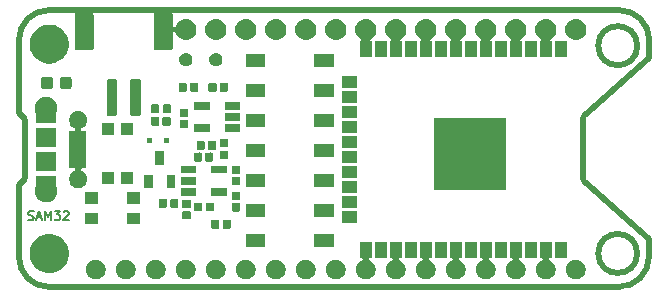
<source format=gbr>
%TF.GenerationSoftware,KiCad,Pcbnew,(6.0.0-rc1-dev-1614-ge850a482d)*%
%TF.CreationDate,2019-02-21T20:22:14-08:00*%
%TF.ProjectId,SAM32,53414d33-322e-46b6-9963-61645f706362,rev?*%
%TF.SameCoordinates,Original*%
%TF.FileFunction,Soldermask,Top*%
%TF.FilePolarity,Negative*%
%FSLAX46Y46*%
G04 Gerber Fmt 4.6, Leading zero omitted, Abs format (unit mm)*
G04 Created by KiCad (PCBNEW (6.0.0-rc1-dev-1614-ge850a482d)) date 2019-02-21 20:22:14*
%MOMM*%
%LPD*%
G04 APERTURE LIST*
%ADD10C,0.190500*%
%ADD11C,0.508000*%
%ADD12C,0.150000*%
G04 APERTURE END LIST*
D10*
X56656967Y-105337428D02*
X56765825Y-105373714D01*
X56947253Y-105373714D01*
X57019825Y-105337428D01*
X57056110Y-105301142D01*
X57092396Y-105228571D01*
X57092396Y-105156000D01*
X57056110Y-105083428D01*
X57019825Y-105047142D01*
X56947253Y-105010857D01*
X56802110Y-104974571D01*
X56729539Y-104938285D01*
X56693253Y-104902000D01*
X56656967Y-104829428D01*
X56656967Y-104756857D01*
X56693253Y-104684285D01*
X56729539Y-104648000D01*
X56802110Y-104611714D01*
X56983539Y-104611714D01*
X57092396Y-104648000D01*
X57382682Y-105156000D02*
X57745539Y-105156000D01*
X57310110Y-105373714D02*
X57564110Y-104611714D01*
X57818110Y-105373714D01*
X58072110Y-105373714D02*
X58072110Y-104611714D01*
X58326110Y-105156000D01*
X58580110Y-104611714D01*
X58580110Y-105373714D01*
X58870396Y-104611714D02*
X59342110Y-104611714D01*
X59088110Y-104902000D01*
X59196967Y-104902000D01*
X59269539Y-104938285D01*
X59305825Y-104974571D01*
X59342110Y-105047142D01*
X59342110Y-105228571D01*
X59305825Y-105301142D01*
X59269539Y-105337428D01*
X59196967Y-105373714D01*
X58979253Y-105373714D01*
X58906682Y-105337428D01*
X58870396Y-105301142D01*
X59632396Y-104684285D02*
X59668682Y-104648000D01*
X59741253Y-104611714D01*
X59922682Y-104611714D01*
X59995253Y-104648000D01*
X60031539Y-104684285D01*
X60067825Y-104756857D01*
X60067825Y-104829428D01*
X60031539Y-104938285D01*
X59596110Y-105373714D01*
X60067825Y-105373714D01*
D11*
X109192060Y-106945080D02*
X109192060Y-108498640D01*
X106652060Y-111038640D02*
G75*
G03X109192060Y-108498640I0J2540000D01*
G01*
X103755076Y-102181768D02*
X109192060Y-106945080D01*
X55852060Y-96296067D02*
X56300000Y-96740000D01*
X103758052Y-96469398D02*
X109220013Y-91690000D01*
X103758039Y-96469407D02*
G75*
G03X103628512Y-96721166I160472J-241760D01*
G01*
X103755063Y-102181759D02*
G75*
G02X103625536Y-101930000I160472J241760D01*
G01*
X103625536Y-101930000D02*
X103628512Y-96721166D01*
X55852060Y-102438136D02*
X56300000Y-101994203D01*
X56300000Y-101994203D02*
G75*
G03X56361488Y-101805369I-228511J178835D01*
G01*
X56300000Y-96740000D02*
G75*
G02X56361488Y-96928834I-228511J-178835D01*
G01*
X108205221Y-90615720D02*
G75*
G03X108205221Y-90615720I-1652221J0D01*
G01*
X108205221Y-108205220D02*
G75*
G03X108205221Y-108205220I-1652221J0D01*
G01*
X109220013Y-90136440D02*
X109220013Y-91690000D01*
X55852060Y-90136440D02*
X55852060Y-96296067D01*
X106680013Y-87596440D02*
G75*
G02X109220013Y-90136440I0J-2540000D01*
G01*
X55852060Y-102438136D02*
X55852060Y-108498640D01*
X106680013Y-87596440D02*
X58392060Y-87596440D01*
X58392060Y-111038640D02*
X106652060Y-111038640D01*
X55852060Y-90136440D02*
G75*
G02X58392060Y-87596440I2540000J0D01*
G01*
X56361488Y-96928834D02*
X56361488Y-101805369D01*
X58392060Y-111038640D02*
G75*
G02X55852060Y-108498640I0J2540000D01*
G01*
D12*
G36*
X62520525Y-108743346D02*
G01*
X62601494Y-108759451D01*
X62663589Y-108785172D01*
X62754038Y-108822637D01*
X62890397Y-108913749D01*
X62891322Y-108914367D01*
X63008073Y-109031118D01*
X63008075Y-109031121D01*
X63099803Y-109168402D01*
X63162989Y-109320947D01*
X63195200Y-109482883D01*
X63195200Y-109647997D01*
X63162989Y-109809933D01*
X63099803Y-109962478D01*
X63008691Y-110098837D01*
X63008073Y-110099762D01*
X62891322Y-110216513D01*
X62891319Y-110216515D01*
X62754038Y-110308243D01*
X62601494Y-110371429D01*
X62520525Y-110387535D01*
X62439557Y-110403640D01*
X62274443Y-110403640D01*
X62193475Y-110387535D01*
X62112506Y-110371429D01*
X61959962Y-110308243D01*
X61822681Y-110216515D01*
X61822678Y-110216513D01*
X61705927Y-110099762D01*
X61705309Y-110098837D01*
X61614197Y-109962478D01*
X61551011Y-109809933D01*
X61518800Y-109647997D01*
X61518800Y-109482883D01*
X61551011Y-109320947D01*
X61614197Y-109168402D01*
X61705925Y-109031121D01*
X61705927Y-109031118D01*
X61822678Y-108914367D01*
X61823603Y-108913749D01*
X61959962Y-108822637D01*
X62050411Y-108785172D01*
X62112506Y-108759451D01*
X62193475Y-108743346D01*
X62274443Y-108727240D01*
X62439557Y-108727240D01*
X62520525Y-108743346D01*
X62520525Y-108743346D01*
G37*
G36*
X103160525Y-108743346D02*
G01*
X103241494Y-108759451D01*
X103303589Y-108785172D01*
X103394038Y-108822637D01*
X103530397Y-108913749D01*
X103531322Y-108914367D01*
X103648073Y-109031118D01*
X103648075Y-109031121D01*
X103739803Y-109168402D01*
X103802989Y-109320947D01*
X103835200Y-109482883D01*
X103835200Y-109647997D01*
X103802989Y-109809933D01*
X103739803Y-109962478D01*
X103648691Y-110098837D01*
X103648073Y-110099762D01*
X103531322Y-110216513D01*
X103531319Y-110216515D01*
X103394038Y-110308243D01*
X103241494Y-110371429D01*
X103160525Y-110387535D01*
X103079557Y-110403640D01*
X102914443Y-110403640D01*
X102833475Y-110387535D01*
X102752506Y-110371429D01*
X102599962Y-110308243D01*
X102462681Y-110216515D01*
X102462678Y-110216513D01*
X102345927Y-110099762D01*
X102345309Y-110098837D01*
X102254197Y-109962478D01*
X102191011Y-109809933D01*
X102158800Y-109647997D01*
X102158800Y-109482883D01*
X102191011Y-109320947D01*
X102254197Y-109168402D01*
X102345925Y-109031121D01*
X102345927Y-109031118D01*
X102462678Y-108914367D01*
X102463603Y-108913749D01*
X102599962Y-108822637D01*
X102690411Y-108785172D01*
X102752506Y-108759451D01*
X102833475Y-108743346D01*
X102914443Y-108727240D01*
X103079557Y-108727240D01*
X103160525Y-108743346D01*
X103160525Y-108743346D01*
G37*
G36*
X82840525Y-108743346D02*
G01*
X82921494Y-108759451D01*
X82983589Y-108785172D01*
X83074038Y-108822637D01*
X83210397Y-108913749D01*
X83211322Y-108914367D01*
X83328073Y-109031118D01*
X83328075Y-109031121D01*
X83419803Y-109168402D01*
X83482989Y-109320947D01*
X83515200Y-109482883D01*
X83515200Y-109647997D01*
X83482989Y-109809933D01*
X83419803Y-109962478D01*
X83328691Y-110098837D01*
X83328073Y-110099762D01*
X83211322Y-110216513D01*
X83211319Y-110216515D01*
X83074038Y-110308243D01*
X82921494Y-110371429D01*
X82840525Y-110387535D01*
X82759557Y-110403640D01*
X82594443Y-110403640D01*
X82513475Y-110387535D01*
X82432506Y-110371429D01*
X82279962Y-110308243D01*
X82142681Y-110216515D01*
X82142678Y-110216513D01*
X82025927Y-110099762D01*
X82025309Y-110098837D01*
X81934197Y-109962478D01*
X81871011Y-109809933D01*
X81838800Y-109647997D01*
X81838800Y-109482883D01*
X81871011Y-109320947D01*
X81934197Y-109168402D01*
X82025925Y-109031121D01*
X82025927Y-109031118D01*
X82142678Y-108914367D01*
X82143603Y-108913749D01*
X82279962Y-108822637D01*
X82370411Y-108785172D01*
X82432506Y-108759451D01*
X82513475Y-108743346D01*
X82594443Y-108727240D01*
X82759557Y-108727240D01*
X82840525Y-108743346D01*
X82840525Y-108743346D01*
G37*
G36*
X85736860Y-108556240D02*
G01*
X85599311Y-108556240D01*
X85574925Y-108558642D01*
X85551476Y-108565755D01*
X85529865Y-108577306D01*
X85510923Y-108592851D01*
X85495378Y-108611793D01*
X85483827Y-108633404D01*
X85476714Y-108656853D01*
X85474312Y-108681239D01*
X85476714Y-108705625D01*
X85483827Y-108729074D01*
X85495378Y-108750685D01*
X85510923Y-108769627D01*
X85529865Y-108785172D01*
X85551476Y-108796723D01*
X85614038Y-108822637D01*
X85750397Y-108913749D01*
X85751322Y-108914367D01*
X85868073Y-109031118D01*
X85868075Y-109031121D01*
X85959803Y-109168402D01*
X86022989Y-109320947D01*
X86055200Y-109482883D01*
X86055200Y-109647997D01*
X86022989Y-109809933D01*
X85959803Y-109962478D01*
X85868691Y-110098837D01*
X85868073Y-110099762D01*
X85751322Y-110216513D01*
X85751319Y-110216515D01*
X85614038Y-110308243D01*
X85461494Y-110371429D01*
X85380525Y-110387535D01*
X85299557Y-110403640D01*
X85134443Y-110403640D01*
X85053475Y-110387535D01*
X84972506Y-110371429D01*
X84819962Y-110308243D01*
X84682681Y-110216515D01*
X84682678Y-110216513D01*
X84565927Y-110099762D01*
X84565309Y-110098837D01*
X84474197Y-109962478D01*
X84411011Y-109809933D01*
X84378800Y-109647997D01*
X84378800Y-109482883D01*
X84411011Y-109320947D01*
X84474197Y-109168402D01*
X84565925Y-109031121D01*
X84565927Y-109031118D01*
X84682678Y-108914367D01*
X84683603Y-108913749D01*
X84819962Y-108822637D01*
X84882524Y-108796723D01*
X84904135Y-108785172D01*
X84923077Y-108769627D01*
X84938622Y-108750685D01*
X84950173Y-108729074D01*
X84957286Y-108705625D01*
X84959688Y-108681239D01*
X84957286Y-108656853D01*
X84950173Y-108633404D01*
X84938622Y-108611793D01*
X84923077Y-108592851D01*
X84904135Y-108577306D01*
X84882524Y-108565755D01*
X84859075Y-108558642D01*
X84834689Y-108556240D01*
X84735260Y-108556240D01*
X84735260Y-107254640D01*
X85736860Y-107254640D01*
X85736860Y-108556240D01*
X85736860Y-108556240D01*
G37*
G36*
X88276860Y-108556240D02*
G01*
X88139311Y-108556240D01*
X88114925Y-108558642D01*
X88091476Y-108565755D01*
X88069865Y-108577306D01*
X88050923Y-108592851D01*
X88035378Y-108611793D01*
X88023827Y-108633404D01*
X88016714Y-108656853D01*
X88014312Y-108681239D01*
X88016714Y-108705625D01*
X88023827Y-108729074D01*
X88035378Y-108750685D01*
X88050923Y-108769627D01*
X88069865Y-108785172D01*
X88091476Y-108796723D01*
X88154038Y-108822637D01*
X88290397Y-108913749D01*
X88291322Y-108914367D01*
X88408073Y-109031118D01*
X88408075Y-109031121D01*
X88499803Y-109168402D01*
X88562989Y-109320947D01*
X88595200Y-109482883D01*
X88595200Y-109647997D01*
X88562989Y-109809933D01*
X88499803Y-109962478D01*
X88408691Y-110098837D01*
X88408073Y-110099762D01*
X88291322Y-110216513D01*
X88291319Y-110216515D01*
X88154038Y-110308243D01*
X88001494Y-110371429D01*
X87920525Y-110387535D01*
X87839557Y-110403640D01*
X87674443Y-110403640D01*
X87593475Y-110387535D01*
X87512506Y-110371429D01*
X87359962Y-110308243D01*
X87222681Y-110216515D01*
X87222678Y-110216513D01*
X87105927Y-110099762D01*
X87105309Y-110098837D01*
X87014197Y-109962478D01*
X86951011Y-109809933D01*
X86918800Y-109647997D01*
X86918800Y-109482883D01*
X86951011Y-109320947D01*
X87014197Y-109168402D01*
X87105925Y-109031121D01*
X87105927Y-109031118D01*
X87222678Y-108914367D01*
X87223603Y-108913749D01*
X87359962Y-108822637D01*
X87422524Y-108796723D01*
X87444135Y-108785172D01*
X87463077Y-108769627D01*
X87478622Y-108750685D01*
X87490173Y-108729074D01*
X87497286Y-108705625D01*
X87499688Y-108681239D01*
X87497286Y-108656853D01*
X87490173Y-108633404D01*
X87478622Y-108611793D01*
X87463077Y-108592851D01*
X87444135Y-108577306D01*
X87422524Y-108565755D01*
X87399075Y-108558642D01*
X87374689Y-108556240D01*
X87275260Y-108556240D01*
X87275260Y-107254640D01*
X88276860Y-107254640D01*
X88276860Y-108556240D01*
X88276860Y-108556240D01*
G37*
G36*
X90816860Y-108556240D02*
G01*
X90679311Y-108556240D01*
X90654925Y-108558642D01*
X90631476Y-108565755D01*
X90609865Y-108577306D01*
X90590923Y-108592851D01*
X90575378Y-108611793D01*
X90563827Y-108633404D01*
X90556714Y-108656853D01*
X90554312Y-108681239D01*
X90556714Y-108705625D01*
X90563827Y-108729074D01*
X90575378Y-108750685D01*
X90590923Y-108769627D01*
X90609865Y-108785172D01*
X90631476Y-108796723D01*
X90694038Y-108822637D01*
X90830397Y-108913749D01*
X90831322Y-108914367D01*
X90948073Y-109031118D01*
X90948075Y-109031121D01*
X91039803Y-109168402D01*
X91102989Y-109320947D01*
X91135200Y-109482883D01*
X91135200Y-109647997D01*
X91102989Y-109809933D01*
X91039803Y-109962478D01*
X90948691Y-110098837D01*
X90948073Y-110099762D01*
X90831322Y-110216513D01*
X90831319Y-110216515D01*
X90694038Y-110308243D01*
X90541494Y-110371429D01*
X90460525Y-110387535D01*
X90379557Y-110403640D01*
X90214443Y-110403640D01*
X90133475Y-110387535D01*
X90052506Y-110371429D01*
X89899962Y-110308243D01*
X89762681Y-110216515D01*
X89762678Y-110216513D01*
X89645927Y-110099762D01*
X89645309Y-110098837D01*
X89554197Y-109962478D01*
X89491011Y-109809933D01*
X89458800Y-109647997D01*
X89458800Y-109482883D01*
X89491011Y-109320947D01*
X89554197Y-109168402D01*
X89645925Y-109031121D01*
X89645927Y-109031118D01*
X89762678Y-108914367D01*
X89763603Y-108913749D01*
X89899962Y-108822637D01*
X89962524Y-108796723D01*
X89984135Y-108785172D01*
X90003077Y-108769627D01*
X90018622Y-108750685D01*
X90030173Y-108729074D01*
X90037286Y-108705625D01*
X90039688Y-108681239D01*
X90037286Y-108656853D01*
X90030173Y-108633404D01*
X90018622Y-108611793D01*
X90003077Y-108592851D01*
X89984135Y-108577306D01*
X89962524Y-108565755D01*
X89939075Y-108558642D01*
X89914689Y-108556240D01*
X89815260Y-108556240D01*
X89815260Y-107254640D01*
X90816860Y-107254640D01*
X90816860Y-108556240D01*
X90816860Y-108556240D01*
G37*
G36*
X93356860Y-108556240D02*
G01*
X93219311Y-108556240D01*
X93194925Y-108558642D01*
X93171476Y-108565755D01*
X93149865Y-108577306D01*
X93130923Y-108592851D01*
X93115378Y-108611793D01*
X93103827Y-108633404D01*
X93096714Y-108656853D01*
X93094312Y-108681239D01*
X93096714Y-108705625D01*
X93103827Y-108729074D01*
X93115378Y-108750685D01*
X93130923Y-108769627D01*
X93149865Y-108785172D01*
X93171476Y-108796723D01*
X93234038Y-108822637D01*
X93370397Y-108913749D01*
X93371322Y-108914367D01*
X93488073Y-109031118D01*
X93488075Y-109031121D01*
X93579803Y-109168402D01*
X93642989Y-109320947D01*
X93675200Y-109482883D01*
X93675200Y-109647997D01*
X93642989Y-109809933D01*
X93579803Y-109962478D01*
X93488691Y-110098837D01*
X93488073Y-110099762D01*
X93371322Y-110216513D01*
X93371319Y-110216515D01*
X93234038Y-110308243D01*
X93081494Y-110371429D01*
X93000525Y-110387535D01*
X92919557Y-110403640D01*
X92754443Y-110403640D01*
X92673475Y-110387535D01*
X92592506Y-110371429D01*
X92439962Y-110308243D01*
X92302681Y-110216515D01*
X92302678Y-110216513D01*
X92185927Y-110099762D01*
X92185309Y-110098837D01*
X92094197Y-109962478D01*
X92031011Y-109809933D01*
X91998800Y-109647997D01*
X91998800Y-109482883D01*
X92031011Y-109320947D01*
X92094197Y-109168402D01*
X92185925Y-109031121D01*
X92185927Y-109031118D01*
X92302678Y-108914367D01*
X92303603Y-108913749D01*
X92439962Y-108822637D01*
X92502524Y-108796723D01*
X92524135Y-108785172D01*
X92543077Y-108769627D01*
X92558622Y-108750685D01*
X92570173Y-108729074D01*
X92577286Y-108705625D01*
X92579688Y-108681239D01*
X92577286Y-108656853D01*
X92570173Y-108633404D01*
X92558622Y-108611793D01*
X92543077Y-108592851D01*
X92524135Y-108577306D01*
X92502524Y-108565755D01*
X92479075Y-108558642D01*
X92454689Y-108556240D01*
X92355260Y-108556240D01*
X92355260Y-107254640D01*
X93356860Y-107254640D01*
X93356860Y-108556240D01*
X93356860Y-108556240D01*
G37*
G36*
X95896860Y-108556240D02*
G01*
X95759311Y-108556240D01*
X95734925Y-108558642D01*
X95711476Y-108565755D01*
X95689865Y-108577306D01*
X95670923Y-108592851D01*
X95655378Y-108611793D01*
X95643827Y-108633404D01*
X95636714Y-108656853D01*
X95634312Y-108681239D01*
X95636714Y-108705625D01*
X95643827Y-108729074D01*
X95655378Y-108750685D01*
X95670923Y-108769627D01*
X95689865Y-108785172D01*
X95711476Y-108796723D01*
X95774038Y-108822637D01*
X95910397Y-108913749D01*
X95911322Y-108914367D01*
X96028073Y-109031118D01*
X96028075Y-109031121D01*
X96119803Y-109168402D01*
X96182989Y-109320947D01*
X96215200Y-109482883D01*
X96215200Y-109647997D01*
X96182989Y-109809933D01*
X96119803Y-109962478D01*
X96028691Y-110098837D01*
X96028073Y-110099762D01*
X95911322Y-110216513D01*
X95911319Y-110216515D01*
X95774038Y-110308243D01*
X95621494Y-110371429D01*
X95540525Y-110387535D01*
X95459557Y-110403640D01*
X95294443Y-110403640D01*
X95213475Y-110387535D01*
X95132506Y-110371429D01*
X94979962Y-110308243D01*
X94842681Y-110216515D01*
X94842678Y-110216513D01*
X94725927Y-110099762D01*
X94725309Y-110098837D01*
X94634197Y-109962478D01*
X94571011Y-109809933D01*
X94538800Y-109647997D01*
X94538800Y-109482883D01*
X94571011Y-109320947D01*
X94634197Y-109168402D01*
X94725925Y-109031121D01*
X94725927Y-109031118D01*
X94842678Y-108914367D01*
X94843603Y-108913749D01*
X94979962Y-108822637D01*
X95042524Y-108796723D01*
X95064135Y-108785172D01*
X95083077Y-108769627D01*
X95098622Y-108750685D01*
X95110173Y-108729074D01*
X95117286Y-108705625D01*
X95119688Y-108681239D01*
X95117286Y-108656853D01*
X95110173Y-108633404D01*
X95098622Y-108611793D01*
X95083077Y-108592851D01*
X95064135Y-108577306D01*
X95042524Y-108565755D01*
X95019075Y-108558642D01*
X94994689Y-108556240D01*
X94895260Y-108556240D01*
X94895260Y-107254640D01*
X95896860Y-107254640D01*
X95896860Y-108556240D01*
X95896860Y-108556240D01*
G37*
G36*
X98436860Y-108556240D02*
G01*
X98299311Y-108556240D01*
X98274925Y-108558642D01*
X98251476Y-108565755D01*
X98229865Y-108577306D01*
X98210923Y-108592851D01*
X98195378Y-108611793D01*
X98183827Y-108633404D01*
X98176714Y-108656853D01*
X98174312Y-108681239D01*
X98176714Y-108705625D01*
X98183827Y-108729074D01*
X98195378Y-108750685D01*
X98210923Y-108769627D01*
X98229865Y-108785172D01*
X98251476Y-108796723D01*
X98314038Y-108822637D01*
X98450397Y-108913749D01*
X98451322Y-108914367D01*
X98568073Y-109031118D01*
X98568075Y-109031121D01*
X98659803Y-109168402D01*
X98722989Y-109320947D01*
X98755200Y-109482883D01*
X98755200Y-109647997D01*
X98722989Y-109809933D01*
X98659803Y-109962478D01*
X98568691Y-110098837D01*
X98568073Y-110099762D01*
X98451322Y-110216513D01*
X98451319Y-110216515D01*
X98314038Y-110308243D01*
X98161494Y-110371429D01*
X98080525Y-110387535D01*
X97999557Y-110403640D01*
X97834443Y-110403640D01*
X97753475Y-110387535D01*
X97672506Y-110371429D01*
X97519962Y-110308243D01*
X97382681Y-110216515D01*
X97382678Y-110216513D01*
X97265927Y-110099762D01*
X97265309Y-110098837D01*
X97174197Y-109962478D01*
X97111011Y-109809933D01*
X97078800Y-109647997D01*
X97078800Y-109482883D01*
X97111011Y-109320947D01*
X97174197Y-109168402D01*
X97265925Y-109031121D01*
X97265927Y-109031118D01*
X97382678Y-108914367D01*
X97383603Y-108913749D01*
X97519962Y-108822637D01*
X97582524Y-108796723D01*
X97604135Y-108785172D01*
X97623077Y-108769627D01*
X97638622Y-108750685D01*
X97650173Y-108729074D01*
X97657286Y-108705625D01*
X97659688Y-108681239D01*
X97657286Y-108656853D01*
X97650173Y-108633404D01*
X97638622Y-108611793D01*
X97623077Y-108592851D01*
X97604135Y-108577306D01*
X97582524Y-108565755D01*
X97559075Y-108558642D01*
X97534689Y-108556240D01*
X97435260Y-108556240D01*
X97435260Y-107254640D01*
X98436860Y-107254640D01*
X98436860Y-108556240D01*
X98436860Y-108556240D01*
G37*
G36*
X80300525Y-108743346D02*
G01*
X80381494Y-108759451D01*
X80443589Y-108785172D01*
X80534038Y-108822637D01*
X80670397Y-108913749D01*
X80671322Y-108914367D01*
X80788073Y-109031118D01*
X80788075Y-109031121D01*
X80879803Y-109168402D01*
X80942989Y-109320947D01*
X80975200Y-109482883D01*
X80975200Y-109647997D01*
X80942989Y-109809933D01*
X80879803Y-109962478D01*
X80788691Y-110098837D01*
X80788073Y-110099762D01*
X80671322Y-110216513D01*
X80671319Y-110216515D01*
X80534038Y-110308243D01*
X80381494Y-110371429D01*
X80300525Y-110387535D01*
X80219557Y-110403640D01*
X80054443Y-110403640D01*
X79973475Y-110387535D01*
X79892506Y-110371429D01*
X79739962Y-110308243D01*
X79602681Y-110216515D01*
X79602678Y-110216513D01*
X79485927Y-110099762D01*
X79485309Y-110098837D01*
X79394197Y-109962478D01*
X79331011Y-109809933D01*
X79298800Y-109647997D01*
X79298800Y-109482883D01*
X79331011Y-109320947D01*
X79394197Y-109168402D01*
X79485925Y-109031121D01*
X79485927Y-109031118D01*
X79602678Y-108914367D01*
X79603603Y-108913749D01*
X79739962Y-108822637D01*
X79830411Y-108785172D01*
X79892506Y-108759451D01*
X79973475Y-108743346D01*
X80054443Y-108727240D01*
X80219557Y-108727240D01*
X80300525Y-108743346D01*
X80300525Y-108743346D01*
G37*
G36*
X100976860Y-108556240D02*
G01*
X100839311Y-108556240D01*
X100814925Y-108558642D01*
X100791476Y-108565755D01*
X100769865Y-108577306D01*
X100750923Y-108592851D01*
X100735378Y-108611793D01*
X100723827Y-108633404D01*
X100716714Y-108656853D01*
X100714312Y-108681239D01*
X100716714Y-108705625D01*
X100723827Y-108729074D01*
X100735378Y-108750685D01*
X100750923Y-108769627D01*
X100769865Y-108785172D01*
X100791476Y-108796723D01*
X100854038Y-108822637D01*
X100990397Y-108913749D01*
X100991322Y-108914367D01*
X101108073Y-109031118D01*
X101108075Y-109031121D01*
X101199803Y-109168402D01*
X101262989Y-109320947D01*
X101295200Y-109482883D01*
X101295200Y-109647997D01*
X101262989Y-109809933D01*
X101199803Y-109962478D01*
X101108691Y-110098837D01*
X101108073Y-110099762D01*
X100991322Y-110216513D01*
X100991319Y-110216515D01*
X100854038Y-110308243D01*
X100701494Y-110371429D01*
X100620525Y-110387535D01*
X100539557Y-110403640D01*
X100374443Y-110403640D01*
X100293475Y-110387535D01*
X100212506Y-110371429D01*
X100059962Y-110308243D01*
X99922681Y-110216515D01*
X99922678Y-110216513D01*
X99805927Y-110099762D01*
X99805309Y-110098837D01*
X99714197Y-109962478D01*
X99651011Y-109809933D01*
X99618800Y-109647997D01*
X99618800Y-109482883D01*
X99651011Y-109320947D01*
X99714197Y-109168402D01*
X99805925Y-109031121D01*
X99805927Y-109031118D01*
X99922678Y-108914367D01*
X99923603Y-108913749D01*
X100059962Y-108822637D01*
X100122524Y-108796723D01*
X100144135Y-108785172D01*
X100163077Y-108769627D01*
X100178622Y-108750685D01*
X100190173Y-108729074D01*
X100197286Y-108705625D01*
X100199688Y-108681239D01*
X100197286Y-108656853D01*
X100190173Y-108633404D01*
X100178622Y-108611793D01*
X100163077Y-108592851D01*
X100144135Y-108577306D01*
X100122524Y-108565755D01*
X100099075Y-108558642D01*
X100074689Y-108556240D01*
X99975260Y-108556240D01*
X99975260Y-107254640D01*
X100976860Y-107254640D01*
X100976860Y-108556240D01*
X100976860Y-108556240D01*
G37*
G36*
X65060525Y-108743346D02*
G01*
X65141494Y-108759451D01*
X65203589Y-108785172D01*
X65294038Y-108822637D01*
X65430397Y-108913749D01*
X65431322Y-108914367D01*
X65548073Y-109031118D01*
X65548075Y-109031121D01*
X65639803Y-109168402D01*
X65702989Y-109320947D01*
X65735200Y-109482883D01*
X65735200Y-109647997D01*
X65702989Y-109809933D01*
X65639803Y-109962478D01*
X65548691Y-110098837D01*
X65548073Y-110099762D01*
X65431322Y-110216513D01*
X65431319Y-110216515D01*
X65294038Y-110308243D01*
X65141494Y-110371429D01*
X65060525Y-110387535D01*
X64979557Y-110403640D01*
X64814443Y-110403640D01*
X64733475Y-110387535D01*
X64652506Y-110371429D01*
X64499962Y-110308243D01*
X64362681Y-110216515D01*
X64362678Y-110216513D01*
X64245927Y-110099762D01*
X64245309Y-110098837D01*
X64154197Y-109962478D01*
X64091011Y-109809933D01*
X64058800Y-109647997D01*
X64058800Y-109482883D01*
X64091011Y-109320947D01*
X64154197Y-109168402D01*
X64245925Y-109031121D01*
X64245927Y-109031118D01*
X64362678Y-108914367D01*
X64363603Y-108913749D01*
X64499962Y-108822637D01*
X64590411Y-108785172D01*
X64652506Y-108759451D01*
X64733475Y-108743346D01*
X64814443Y-108727240D01*
X64979557Y-108727240D01*
X65060525Y-108743346D01*
X65060525Y-108743346D01*
G37*
G36*
X67600525Y-108743346D02*
G01*
X67681494Y-108759451D01*
X67743589Y-108785172D01*
X67834038Y-108822637D01*
X67970397Y-108913749D01*
X67971322Y-108914367D01*
X68088073Y-109031118D01*
X68088075Y-109031121D01*
X68179803Y-109168402D01*
X68242989Y-109320947D01*
X68275200Y-109482883D01*
X68275200Y-109647997D01*
X68242989Y-109809933D01*
X68179803Y-109962478D01*
X68088691Y-110098837D01*
X68088073Y-110099762D01*
X67971322Y-110216513D01*
X67971319Y-110216515D01*
X67834038Y-110308243D01*
X67681494Y-110371429D01*
X67600525Y-110387535D01*
X67519557Y-110403640D01*
X67354443Y-110403640D01*
X67273475Y-110387535D01*
X67192506Y-110371429D01*
X67039962Y-110308243D01*
X66902681Y-110216515D01*
X66902678Y-110216513D01*
X66785927Y-110099762D01*
X66785309Y-110098837D01*
X66694197Y-109962478D01*
X66631011Y-109809933D01*
X66598800Y-109647997D01*
X66598800Y-109482883D01*
X66631011Y-109320947D01*
X66694197Y-109168402D01*
X66785925Y-109031121D01*
X66785927Y-109031118D01*
X66902678Y-108914367D01*
X66903603Y-108913749D01*
X67039962Y-108822637D01*
X67130411Y-108785172D01*
X67192506Y-108759451D01*
X67273475Y-108743346D01*
X67354443Y-108727240D01*
X67519557Y-108727240D01*
X67600525Y-108743346D01*
X67600525Y-108743346D01*
G37*
G36*
X70140525Y-108743346D02*
G01*
X70221494Y-108759451D01*
X70283589Y-108785172D01*
X70374038Y-108822637D01*
X70510397Y-108913749D01*
X70511322Y-108914367D01*
X70628073Y-109031118D01*
X70628075Y-109031121D01*
X70719803Y-109168402D01*
X70782989Y-109320947D01*
X70815200Y-109482883D01*
X70815200Y-109647997D01*
X70782989Y-109809933D01*
X70719803Y-109962478D01*
X70628691Y-110098837D01*
X70628073Y-110099762D01*
X70511322Y-110216513D01*
X70511319Y-110216515D01*
X70374038Y-110308243D01*
X70221494Y-110371429D01*
X70140525Y-110387535D01*
X70059557Y-110403640D01*
X69894443Y-110403640D01*
X69813475Y-110387535D01*
X69732506Y-110371429D01*
X69579962Y-110308243D01*
X69442681Y-110216515D01*
X69442678Y-110216513D01*
X69325927Y-110099762D01*
X69325309Y-110098837D01*
X69234197Y-109962478D01*
X69171011Y-109809933D01*
X69138800Y-109647997D01*
X69138800Y-109482883D01*
X69171011Y-109320947D01*
X69234197Y-109168402D01*
X69325925Y-109031121D01*
X69325927Y-109031118D01*
X69442678Y-108914367D01*
X69443603Y-108913749D01*
X69579962Y-108822637D01*
X69670411Y-108785172D01*
X69732506Y-108759451D01*
X69813475Y-108743346D01*
X69894443Y-108727240D01*
X70059557Y-108727240D01*
X70140525Y-108743346D01*
X70140525Y-108743346D01*
G37*
G36*
X75220525Y-108743346D02*
G01*
X75301494Y-108759451D01*
X75363589Y-108785172D01*
X75454038Y-108822637D01*
X75590397Y-108913749D01*
X75591322Y-108914367D01*
X75708073Y-109031118D01*
X75708075Y-109031121D01*
X75799803Y-109168402D01*
X75862989Y-109320947D01*
X75895200Y-109482883D01*
X75895200Y-109647997D01*
X75862989Y-109809933D01*
X75799803Y-109962478D01*
X75708691Y-110098837D01*
X75708073Y-110099762D01*
X75591322Y-110216513D01*
X75591319Y-110216515D01*
X75454038Y-110308243D01*
X75301494Y-110371429D01*
X75220525Y-110387535D01*
X75139557Y-110403640D01*
X74974443Y-110403640D01*
X74893475Y-110387535D01*
X74812506Y-110371429D01*
X74659962Y-110308243D01*
X74522681Y-110216515D01*
X74522678Y-110216513D01*
X74405927Y-110099762D01*
X74405309Y-110098837D01*
X74314197Y-109962478D01*
X74251011Y-109809933D01*
X74218800Y-109647997D01*
X74218800Y-109482883D01*
X74251011Y-109320947D01*
X74314197Y-109168402D01*
X74405925Y-109031121D01*
X74405927Y-109031118D01*
X74522678Y-108914367D01*
X74523603Y-108913749D01*
X74659962Y-108822637D01*
X74750411Y-108785172D01*
X74812506Y-108759451D01*
X74893475Y-108743346D01*
X74974443Y-108727240D01*
X75139557Y-108727240D01*
X75220525Y-108743346D01*
X75220525Y-108743346D01*
G37*
G36*
X77760525Y-108743346D02*
G01*
X77841494Y-108759451D01*
X77903589Y-108785172D01*
X77994038Y-108822637D01*
X78130397Y-108913749D01*
X78131322Y-108914367D01*
X78248073Y-109031118D01*
X78248075Y-109031121D01*
X78339803Y-109168402D01*
X78402989Y-109320947D01*
X78435200Y-109482883D01*
X78435200Y-109647997D01*
X78402989Y-109809933D01*
X78339803Y-109962478D01*
X78248691Y-110098837D01*
X78248073Y-110099762D01*
X78131322Y-110216513D01*
X78131319Y-110216515D01*
X77994038Y-110308243D01*
X77841494Y-110371429D01*
X77760525Y-110387535D01*
X77679557Y-110403640D01*
X77514443Y-110403640D01*
X77433475Y-110387535D01*
X77352506Y-110371429D01*
X77199962Y-110308243D01*
X77062681Y-110216515D01*
X77062678Y-110216513D01*
X76945927Y-110099762D01*
X76945309Y-110098837D01*
X76854197Y-109962478D01*
X76791011Y-109809933D01*
X76758800Y-109647997D01*
X76758800Y-109482883D01*
X76791011Y-109320947D01*
X76854197Y-109168402D01*
X76945925Y-109031121D01*
X76945927Y-109031118D01*
X77062678Y-108914367D01*
X77063603Y-108913749D01*
X77199962Y-108822637D01*
X77290411Y-108785172D01*
X77352506Y-108759451D01*
X77433475Y-108743346D01*
X77514443Y-108727240D01*
X77679557Y-108727240D01*
X77760525Y-108743346D01*
X77760525Y-108743346D01*
G37*
G36*
X72680525Y-108743346D02*
G01*
X72761494Y-108759451D01*
X72823589Y-108785172D01*
X72914038Y-108822637D01*
X73050397Y-108913749D01*
X73051322Y-108914367D01*
X73168073Y-109031118D01*
X73168075Y-109031121D01*
X73259803Y-109168402D01*
X73322989Y-109320947D01*
X73355200Y-109482883D01*
X73355200Y-109647997D01*
X73322989Y-109809933D01*
X73259803Y-109962478D01*
X73168691Y-110098837D01*
X73168073Y-110099762D01*
X73051322Y-110216513D01*
X73051319Y-110216515D01*
X72914038Y-110308243D01*
X72761494Y-110371429D01*
X72680525Y-110387535D01*
X72599557Y-110403640D01*
X72434443Y-110403640D01*
X72353475Y-110387535D01*
X72272506Y-110371429D01*
X72119962Y-110308243D01*
X71982681Y-110216515D01*
X71982678Y-110216513D01*
X71865927Y-110099762D01*
X71865309Y-110098837D01*
X71774197Y-109962478D01*
X71711011Y-109809933D01*
X71678800Y-109647997D01*
X71678800Y-109482883D01*
X71711011Y-109320947D01*
X71774197Y-109168402D01*
X71865925Y-109031121D01*
X71865927Y-109031118D01*
X71982678Y-108914367D01*
X71983603Y-108913749D01*
X72119962Y-108822637D01*
X72210411Y-108785172D01*
X72272506Y-108759451D01*
X72353475Y-108743346D01*
X72434443Y-108727240D01*
X72599557Y-108727240D01*
X72680525Y-108743346D01*
X72680525Y-108743346D01*
G37*
G36*
X58685651Y-106573700D02*
G01*
X58901521Y-106616639D01*
X59201947Y-106741080D01*
X59472324Y-106921740D01*
X59702260Y-107151676D01*
X59882920Y-107422053D01*
X60007361Y-107722479D01*
X60070800Y-108041410D01*
X60070800Y-108366590D01*
X60007361Y-108685521D01*
X59882920Y-108985947D01*
X59702260Y-109256324D01*
X59472324Y-109486260D01*
X59201947Y-109666920D01*
X58901521Y-109791361D01*
X58688900Y-109833654D01*
X58582591Y-109854800D01*
X58257409Y-109854800D01*
X58151100Y-109833654D01*
X57938479Y-109791361D01*
X57638053Y-109666920D01*
X57367676Y-109486260D01*
X57137740Y-109256324D01*
X56957080Y-108985947D01*
X56832639Y-108685521D01*
X56769200Y-108366590D01*
X56769200Y-108041410D01*
X56832639Y-107722479D01*
X56957080Y-107422053D01*
X57137740Y-107151676D01*
X57367676Y-106921740D01*
X57638053Y-106741080D01*
X57938479Y-106616639D01*
X58154349Y-106573700D01*
X58257409Y-106553200D01*
X58582591Y-106553200D01*
X58685651Y-106573700D01*
X58685651Y-106573700D01*
G37*
G36*
X97166860Y-108556240D02*
G01*
X96165260Y-108556240D01*
X96165260Y-107254640D01*
X97166860Y-107254640D01*
X97166860Y-108556240D01*
X97166860Y-108556240D01*
G37*
G36*
X89546860Y-108556240D02*
G01*
X88545260Y-108556240D01*
X88545260Y-107254640D01*
X89546860Y-107254640D01*
X89546860Y-108556240D01*
X89546860Y-108556240D01*
G37*
G36*
X92086860Y-108556240D02*
G01*
X91085260Y-108556240D01*
X91085260Y-107254640D01*
X92086860Y-107254640D01*
X92086860Y-108556240D01*
X92086860Y-108556240D01*
G37*
G36*
X94626860Y-108556240D02*
G01*
X93625260Y-108556240D01*
X93625260Y-107254640D01*
X94626860Y-107254640D01*
X94626860Y-108556240D01*
X94626860Y-108556240D01*
G37*
G36*
X99706860Y-108556240D02*
G01*
X98705260Y-108556240D01*
X98705260Y-107254640D01*
X99706860Y-107254640D01*
X99706860Y-108556240D01*
X99706860Y-108556240D01*
G37*
G36*
X102246860Y-108556240D02*
G01*
X101245260Y-108556240D01*
X101245260Y-107254640D01*
X102246860Y-107254640D01*
X102246860Y-108556240D01*
X102246860Y-108556240D01*
G37*
G36*
X87006860Y-108556240D02*
G01*
X86005260Y-108556240D01*
X86005260Y-107254640D01*
X87006860Y-107254640D01*
X87006860Y-108556240D01*
X87006860Y-108556240D01*
G37*
G36*
X82523300Y-107675300D02*
G01*
X80861700Y-107675300D01*
X80861700Y-106573700D01*
X82523300Y-106573700D01*
X82523300Y-107675300D01*
X82523300Y-107675300D01*
G37*
G36*
X76713300Y-107675300D02*
G01*
X75051700Y-107675300D01*
X75051700Y-106573700D01*
X76713300Y-106573700D01*
X76713300Y-107675300D01*
X76713300Y-107675300D01*
G37*
G36*
X73703319Y-105359414D02*
G01*
X73723916Y-105365662D01*
X73742900Y-105375810D01*
X73759537Y-105389463D01*
X73773190Y-105406100D01*
X73783338Y-105425084D01*
X73789586Y-105445681D01*
X73792300Y-105473240D01*
X73792300Y-105981760D01*
X73789586Y-106009319D01*
X73783338Y-106029916D01*
X73773190Y-106048900D01*
X73759537Y-106065537D01*
X73742900Y-106079190D01*
X73723916Y-106089338D01*
X73703319Y-106095586D01*
X73675760Y-106098300D01*
X73217240Y-106098300D01*
X73189681Y-106095586D01*
X73169084Y-106089338D01*
X73150100Y-106079190D01*
X73133463Y-106065537D01*
X73119810Y-106048900D01*
X73109662Y-106029916D01*
X73103414Y-106009319D01*
X73100700Y-105981760D01*
X73100700Y-105473240D01*
X73103414Y-105445681D01*
X73109662Y-105425084D01*
X73119810Y-105406100D01*
X73133463Y-105389463D01*
X73150100Y-105375810D01*
X73169084Y-105365662D01*
X73189681Y-105359414D01*
X73217240Y-105356700D01*
X73675760Y-105356700D01*
X73703319Y-105359414D01*
X73703319Y-105359414D01*
G37*
G36*
X72733319Y-105359414D02*
G01*
X72753916Y-105365662D01*
X72772900Y-105375810D01*
X72789537Y-105389463D01*
X72803190Y-105406100D01*
X72813338Y-105425084D01*
X72819586Y-105445681D01*
X72822300Y-105473240D01*
X72822300Y-105981760D01*
X72819586Y-106009319D01*
X72813338Y-106029916D01*
X72803190Y-106048900D01*
X72789537Y-106065537D01*
X72772900Y-106079190D01*
X72753916Y-106089338D01*
X72733319Y-106095586D01*
X72705760Y-106098300D01*
X72247240Y-106098300D01*
X72219681Y-106095586D01*
X72199084Y-106089338D01*
X72180100Y-106079190D01*
X72163463Y-106065537D01*
X72149810Y-106048900D01*
X72139662Y-106029916D01*
X72133414Y-106009319D01*
X72130700Y-105981760D01*
X72130700Y-105473240D01*
X72133414Y-105445681D01*
X72139662Y-105425084D01*
X72149810Y-105406100D01*
X72163463Y-105389463D01*
X72180100Y-105375810D01*
X72199084Y-105365662D01*
X72219681Y-105359414D01*
X72247240Y-105356700D01*
X72705760Y-105356700D01*
X72733319Y-105359414D01*
X72733319Y-105359414D01*
G37*
G36*
X62570800Y-105740800D02*
G01*
X61469200Y-105740800D01*
X61469200Y-104789200D01*
X62570800Y-104789200D01*
X62570800Y-105740800D01*
X62570800Y-105740800D01*
G37*
G36*
X66070799Y-105740800D02*
G01*
X64969199Y-105740800D01*
X64969199Y-104789200D01*
X66070799Y-104789200D01*
X66070799Y-105740800D01*
X66070799Y-105740800D01*
G37*
G36*
X84496860Y-105636240D02*
G01*
X83195260Y-105636240D01*
X83195260Y-104634640D01*
X84496860Y-104634640D01*
X84496860Y-105636240D01*
X84496860Y-105636240D01*
G37*
G36*
X70335019Y-104637514D02*
G01*
X70355616Y-104643762D01*
X70374600Y-104653910D01*
X70391237Y-104667563D01*
X70404890Y-104684200D01*
X70415038Y-104703184D01*
X70421286Y-104723781D01*
X70424000Y-104751340D01*
X70424000Y-105209860D01*
X70421286Y-105237419D01*
X70415038Y-105258016D01*
X70404890Y-105277000D01*
X70391237Y-105293637D01*
X70374600Y-105307290D01*
X70355616Y-105317438D01*
X70335019Y-105323686D01*
X70307460Y-105326400D01*
X69798940Y-105326400D01*
X69771381Y-105323686D01*
X69750784Y-105317438D01*
X69731800Y-105307290D01*
X69715163Y-105293637D01*
X69701510Y-105277000D01*
X69691362Y-105258016D01*
X69685114Y-105237419D01*
X69682400Y-105209860D01*
X69682400Y-104751340D01*
X69685114Y-104723781D01*
X69691362Y-104703184D01*
X69701510Y-104684200D01*
X69715163Y-104667563D01*
X69731800Y-104653910D01*
X69750784Y-104643762D01*
X69771381Y-104637514D01*
X69798940Y-104634800D01*
X70307460Y-104634800D01*
X70335019Y-104637514D01*
X70335019Y-104637514D01*
G37*
G36*
X82523300Y-105135300D02*
G01*
X80861700Y-105135300D01*
X80861700Y-104033700D01*
X82523300Y-104033700D01*
X82523300Y-105135300D01*
X82523300Y-105135300D01*
G37*
G36*
X76713300Y-105135300D02*
G01*
X75051700Y-105135300D01*
X75051700Y-104033700D01*
X76713300Y-104033700D01*
X76713300Y-105135300D01*
X76713300Y-105135300D01*
G37*
G36*
X74513319Y-103964414D02*
G01*
X74533916Y-103970662D01*
X74552900Y-103980810D01*
X74569537Y-103994463D01*
X74583190Y-104011100D01*
X74593338Y-104030084D01*
X74599586Y-104050681D01*
X74602300Y-104078240D01*
X74602300Y-104536760D01*
X74599586Y-104564319D01*
X74593338Y-104584916D01*
X74583190Y-104603900D01*
X74569537Y-104620537D01*
X74552900Y-104634190D01*
X74533916Y-104644338D01*
X74513319Y-104650586D01*
X74485760Y-104653300D01*
X73977240Y-104653300D01*
X73949681Y-104650586D01*
X73929084Y-104644338D01*
X73910100Y-104634190D01*
X73893463Y-104620537D01*
X73879810Y-104603900D01*
X73869662Y-104584916D01*
X73863414Y-104564319D01*
X73860700Y-104536760D01*
X73860700Y-104078240D01*
X73863414Y-104050681D01*
X73869662Y-104030084D01*
X73879810Y-104011100D01*
X73893463Y-103994463D01*
X73910100Y-103980810D01*
X73929084Y-103970662D01*
X73949681Y-103964414D01*
X73977240Y-103961700D01*
X74485760Y-103961700D01*
X74513319Y-103964414D01*
X74513319Y-103964414D01*
G37*
G36*
X72268219Y-103898914D02*
G01*
X72288816Y-103905162D01*
X72307800Y-103915310D01*
X72324437Y-103928963D01*
X72338090Y-103945600D01*
X72348238Y-103964584D01*
X72354486Y-103985181D01*
X72357200Y-104012740D01*
X72357200Y-104521260D01*
X72354486Y-104548819D01*
X72348238Y-104569416D01*
X72338090Y-104588400D01*
X72324437Y-104605037D01*
X72307800Y-104618690D01*
X72288816Y-104628838D01*
X72268219Y-104635086D01*
X72240660Y-104637800D01*
X71782140Y-104637800D01*
X71754581Y-104635086D01*
X71733984Y-104628838D01*
X71715000Y-104618690D01*
X71698363Y-104605037D01*
X71684710Y-104588400D01*
X71674562Y-104569416D01*
X71668314Y-104548819D01*
X71665600Y-104521260D01*
X71665600Y-104012740D01*
X71668314Y-103985181D01*
X71674562Y-103964584D01*
X71684710Y-103945600D01*
X71698363Y-103928963D01*
X71715000Y-103915310D01*
X71733984Y-103905162D01*
X71754581Y-103898914D01*
X71782140Y-103896200D01*
X72240660Y-103896200D01*
X72268219Y-103898914D01*
X72268219Y-103898914D01*
G37*
G36*
X71298219Y-103898914D02*
G01*
X71318816Y-103905162D01*
X71337800Y-103915310D01*
X71354437Y-103928963D01*
X71368090Y-103945600D01*
X71378238Y-103964584D01*
X71384486Y-103985181D01*
X71387200Y-104012740D01*
X71387200Y-104521260D01*
X71384486Y-104548819D01*
X71378238Y-104569416D01*
X71368090Y-104588400D01*
X71354437Y-104605037D01*
X71337800Y-104618690D01*
X71318816Y-104628838D01*
X71298219Y-104635086D01*
X71270660Y-104637800D01*
X70812140Y-104637800D01*
X70784581Y-104635086D01*
X70763984Y-104628838D01*
X70745000Y-104618690D01*
X70728363Y-104605037D01*
X70714710Y-104588400D01*
X70704562Y-104569416D01*
X70698314Y-104548819D01*
X70695600Y-104521260D01*
X70695600Y-104012740D01*
X70698314Y-103985181D01*
X70704562Y-103964584D01*
X70714710Y-103945600D01*
X70728363Y-103928963D01*
X70745000Y-103915310D01*
X70763984Y-103905162D01*
X70784581Y-103898914D01*
X70812140Y-103896200D01*
X71270660Y-103896200D01*
X71298219Y-103898914D01*
X71298219Y-103898914D01*
G37*
G36*
X84496860Y-104366240D02*
G01*
X83195260Y-104366240D01*
X83195260Y-103364640D01*
X84496860Y-103364640D01*
X84496860Y-104366240D01*
X84496860Y-104366240D01*
G37*
G36*
X70335019Y-103667514D02*
G01*
X70355616Y-103673762D01*
X70374600Y-103683910D01*
X70391237Y-103697563D01*
X70404890Y-103714200D01*
X70415038Y-103733184D01*
X70421286Y-103753781D01*
X70424000Y-103781340D01*
X70424000Y-104239860D01*
X70421286Y-104267419D01*
X70415038Y-104288016D01*
X70404890Y-104307000D01*
X70391237Y-104323637D01*
X70374600Y-104337290D01*
X70355616Y-104347438D01*
X70335019Y-104353686D01*
X70307460Y-104356400D01*
X69798940Y-104356400D01*
X69771381Y-104353686D01*
X69750784Y-104347438D01*
X69731800Y-104337290D01*
X69715163Y-104323637D01*
X69701510Y-104307000D01*
X69691362Y-104288016D01*
X69685114Y-104267419D01*
X69682400Y-104239860D01*
X69682400Y-103781340D01*
X69685114Y-103753781D01*
X69691362Y-103733184D01*
X69701510Y-103714200D01*
X69715163Y-103697563D01*
X69731800Y-103683910D01*
X69750784Y-103673762D01*
X69771381Y-103667514D01*
X69798940Y-103664800D01*
X70307460Y-103664800D01*
X70335019Y-103667514D01*
X70335019Y-103667514D01*
G37*
G36*
X68301019Y-103594114D02*
G01*
X68321616Y-103600362D01*
X68340600Y-103610510D01*
X68357237Y-103624163D01*
X68370890Y-103640800D01*
X68381038Y-103659784D01*
X68387286Y-103680381D01*
X68390000Y-103707940D01*
X68390000Y-104216460D01*
X68387286Y-104244019D01*
X68381038Y-104264616D01*
X68370890Y-104283600D01*
X68357237Y-104300237D01*
X68340600Y-104313890D01*
X68321616Y-104324038D01*
X68301019Y-104330286D01*
X68273460Y-104333000D01*
X67814940Y-104333000D01*
X67787381Y-104330286D01*
X67766784Y-104324038D01*
X67747800Y-104313890D01*
X67731163Y-104300237D01*
X67717510Y-104283600D01*
X67707362Y-104264616D01*
X67701114Y-104244019D01*
X67698400Y-104216460D01*
X67698400Y-103707940D01*
X67701114Y-103680381D01*
X67707362Y-103659784D01*
X67717510Y-103640800D01*
X67731163Y-103624163D01*
X67747800Y-103610510D01*
X67766784Y-103600362D01*
X67787381Y-103594114D01*
X67814940Y-103591400D01*
X68273460Y-103591400D01*
X68301019Y-103594114D01*
X68301019Y-103594114D01*
G37*
G36*
X69271019Y-103594114D02*
G01*
X69291616Y-103600362D01*
X69310600Y-103610510D01*
X69327237Y-103624163D01*
X69340890Y-103640800D01*
X69351038Y-103659784D01*
X69357286Y-103680381D01*
X69360000Y-103707940D01*
X69360000Y-104216460D01*
X69357286Y-104244019D01*
X69351038Y-104264616D01*
X69340890Y-104283600D01*
X69327237Y-104300237D01*
X69310600Y-104313890D01*
X69291616Y-104324038D01*
X69271019Y-104330286D01*
X69243460Y-104333000D01*
X68784940Y-104333000D01*
X68757381Y-104330286D01*
X68736784Y-104324038D01*
X68717800Y-104313890D01*
X68701163Y-104300237D01*
X68687510Y-104283600D01*
X68677362Y-104264616D01*
X68671114Y-104244019D01*
X68668400Y-104216460D01*
X68668400Y-103707940D01*
X68671114Y-103680381D01*
X68677362Y-103659784D01*
X68687510Y-103640800D01*
X68701163Y-103624163D01*
X68717800Y-103610510D01*
X68736784Y-103600362D01*
X68757381Y-103594114D01*
X68784940Y-103591400D01*
X69243460Y-103591400D01*
X69271019Y-103594114D01*
X69271019Y-103594114D01*
G37*
G36*
X62570801Y-103990800D02*
G01*
X61469201Y-103990800D01*
X61469201Y-103039200D01*
X62570801Y-103039200D01*
X62570801Y-103990800D01*
X62570801Y-103990800D01*
G37*
G36*
X66070800Y-103990800D02*
G01*
X64969200Y-103990800D01*
X64969200Y-103039200D01*
X66070800Y-103039200D01*
X66070800Y-103990800D01*
X66070800Y-103990800D01*
G37*
G36*
X58986720Y-102392025D02*
G01*
X58989122Y-102416411D01*
X58996235Y-102439860D01*
X59000559Y-102447950D01*
X59003505Y-102455063D01*
X59003508Y-102455067D01*
X59075182Y-102628102D01*
X59111720Y-102811794D01*
X59111720Y-102999086D01*
X59075182Y-103182778D01*
X59003508Y-103355813D01*
X58899455Y-103511540D01*
X58767020Y-103643975D01*
X58611293Y-103748028D01*
X58438258Y-103819702D01*
X58254566Y-103856240D01*
X58067274Y-103856240D01*
X57883582Y-103819702D01*
X57710547Y-103748028D01*
X57554820Y-103643975D01*
X57422385Y-103511540D01*
X57318332Y-103355813D01*
X57246658Y-103182778D01*
X57210120Y-102999086D01*
X57210120Y-102811794D01*
X57246658Y-102628102D01*
X57318332Y-102455067D01*
X57318334Y-102455064D01*
X57321282Y-102447947D01*
X57325606Y-102439857D01*
X57332719Y-102416408D01*
X57335120Y-102392025D01*
X57335120Y-101654640D01*
X58986720Y-101654640D01*
X58986720Y-102392025D01*
X58986720Y-102392025D01*
G37*
G36*
X74513319Y-102994414D02*
G01*
X74533916Y-103000662D01*
X74552900Y-103010810D01*
X74569537Y-103024463D01*
X74583190Y-103041100D01*
X74593338Y-103060084D01*
X74599586Y-103080681D01*
X74602300Y-103108240D01*
X74602300Y-103566760D01*
X74599586Y-103594319D01*
X74593338Y-103614916D01*
X74583190Y-103633900D01*
X74569537Y-103650537D01*
X74552900Y-103664190D01*
X74533916Y-103674338D01*
X74513319Y-103680586D01*
X74485760Y-103683300D01*
X73977240Y-103683300D01*
X73949681Y-103680586D01*
X73929084Y-103674338D01*
X73910100Y-103664190D01*
X73893463Y-103650537D01*
X73879810Y-103633900D01*
X73869662Y-103614916D01*
X73863414Y-103594319D01*
X73860700Y-103566760D01*
X73860700Y-103108240D01*
X73863414Y-103080681D01*
X73869662Y-103060084D01*
X73879810Y-103041100D01*
X73893463Y-103024463D01*
X73910100Y-103010810D01*
X73929084Y-103000662D01*
X73949681Y-102994414D01*
X73977240Y-102991700D01*
X74485760Y-102991700D01*
X74513319Y-102994414D01*
X74513319Y-102994414D01*
G37*
G36*
X73451900Y-103320300D02*
G01*
X72150300Y-103320300D01*
X72150300Y-102668700D01*
X73451900Y-102668700D01*
X73451900Y-103320300D01*
X73451900Y-103320300D01*
G37*
G36*
X70851700Y-103320300D02*
G01*
X69550100Y-103320300D01*
X69550100Y-102668700D01*
X70851700Y-102668700D01*
X70851700Y-103320300D01*
X70851700Y-103320300D01*
G37*
G36*
X84496860Y-103096240D02*
G01*
X83195260Y-103096240D01*
X83195260Y-102094640D01*
X84496860Y-102094640D01*
X84496860Y-103096240D01*
X84496860Y-103096240D01*
G37*
G36*
X97096860Y-102796240D02*
G01*
X90995260Y-102796240D01*
X90995260Y-96694640D01*
X97096860Y-96694640D01*
X97096860Y-102796240D01*
X97096860Y-102796240D01*
G37*
G36*
X67185500Y-102676200D02*
G01*
X66448900Y-102676200D01*
X66448900Y-101558600D01*
X67185500Y-101558600D01*
X67185500Y-102676200D01*
X67185500Y-102676200D01*
G37*
G36*
X69085500Y-102676200D02*
G01*
X68348900Y-102676200D01*
X68348900Y-101558600D01*
X69085500Y-101558600D01*
X69085500Y-102676200D01*
X69085500Y-102676200D01*
G37*
G36*
X61081086Y-96179646D02*
G01*
X61191222Y-96225266D01*
X61218452Y-96236545D01*
X61228141Y-96243019D01*
X61341614Y-96318839D01*
X61342077Y-96319149D01*
X61447211Y-96424283D01*
X61521085Y-96534842D01*
X61529816Y-96547910D01*
X61586714Y-96685274D01*
X61615720Y-96831097D01*
X61615720Y-96979783D01*
X61586714Y-97125606D01*
X61556230Y-97199200D01*
X61529815Y-97262972D01*
X61505301Y-97299659D01*
X61447212Y-97386596D01*
X61342076Y-97491732D01*
X61218451Y-97574336D01*
X61182669Y-97589157D01*
X61161058Y-97600708D01*
X61142116Y-97616253D01*
X61126571Y-97635195D01*
X61115020Y-97656806D01*
X61107907Y-97680255D01*
X61105505Y-97704641D01*
X61107907Y-97729027D01*
X61115020Y-97752476D01*
X61126571Y-97774087D01*
X61142116Y-97793029D01*
X61161058Y-97808574D01*
X61182669Y-97820125D01*
X61206118Y-97827238D01*
X61230504Y-97829640D01*
X61561720Y-97829640D01*
X61561720Y-100981240D01*
X61230504Y-100981240D01*
X61206118Y-100983642D01*
X61182669Y-100990755D01*
X61161058Y-101002306D01*
X61142116Y-101017851D01*
X61126571Y-101036793D01*
X61115020Y-101058404D01*
X61107907Y-101081853D01*
X61105505Y-101106239D01*
X61107907Y-101130625D01*
X61115020Y-101154074D01*
X61126571Y-101175685D01*
X61142116Y-101194627D01*
X61161058Y-101210172D01*
X61182669Y-101221723D01*
X61218451Y-101236544D01*
X61342076Y-101319148D01*
X61447212Y-101424284D01*
X61529816Y-101547910D01*
X61586714Y-101685274D01*
X61615720Y-101831097D01*
X61615720Y-101979783D01*
X61586714Y-102125606D01*
X61569607Y-102166905D01*
X61529815Y-102262972D01*
X61504539Y-102300800D01*
X61458101Y-102370300D01*
X61447211Y-102386597D01*
X61342077Y-102491731D01*
X61218452Y-102574335D01*
X61218451Y-102574336D01*
X61218450Y-102574336D01*
X61081086Y-102631234D01*
X60935263Y-102660240D01*
X60786577Y-102660240D01*
X60640754Y-102631234D01*
X60503390Y-102574336D01*
X60503389Y-102574336D01*
X60503388Y-102574335D01*
X60379763Y-102491731D01*
X60274629Y-102386597D01*
X60263740Y-102370300D01*
X60217301Y-102300800D01*
X60192025Y-102262972D01*
X60152233Y-102166905D01*
X60135126Y-102125606D01*
X60106120Y-101979783D01*
X60106120Y-101831097D01*
X60135126Y-101685274D01*
X60192024Y-101547910D01*
X60274628Y-101424284D01*
X60379764Y-101319148D01*
X60503389Y-101236544D01*
X60539171Y-101221723D01*
X60560782Y-101210172D01*
X60579724Y-101194627D01*
X60595269Y-101175685D01*
X60606820Y-101154074D01*
X60613933Y-101130625D01*
X60616335Y-101106239D01*
X60613933Y-101081853D01*
X60606820Y-101058404D01*
X60595269Y-101036793D01*
X60579724Y-101017851D01*
X60560782Y-101002306D01*
X60539171Y-100990755D01*
X60515722Y-100983642D01*
X60491336Y-100981240D01*
X60110120Y-100981240D01*
X60110120Y-97829640D01*
X60491336Y-97829640D01*
X60515722Y-97827238D01*
X60539171Y-97820125D01*
X60560782Y-97808574D01*
X60579724Y-97793029D01*
X60595269Y-97774087D01*
X60606820Y-97752476D01*
X60613933Y-97729027D01*
X60616335Y-97704641D01*
X60613933Y-97680255D01*
X60606820Y-97656806D01*
X60595269Y-97635195D01*
X60579724Y-97616253D01*
X60560782Y-97600708D01*
X60539171Y-97589157D01*
X60503389Y-97574336D01*
X60379764Y-97491732D01*
X60274628Y-97386596D01*
X60216539Y-97299659D01*
X60192025Y-97262972D01*
X60165610Y-97199200D01*
X60135126Y-97125606D01*
X60106120Y-96979783D01*
X60106120Y-96831097D01*
X60135126Y-96685274D01*
X60192024Y-96547910D01*
X60200756Y-96534842D01*
X60274629Y-96424283D01*
X60379763Y-96319149D01*
X60380227Y-96318839D01*
X60493699Y-96243019D01*
X60503388Y-96236545D01*
X60530618Y-96225266D01*
X60640754Y-96179646D01*
X60786577Y-96150640D01*
X60935263Y-96150640D01*
X61081086Y-96179646D01*
X61081086Y-96179646D01*
G37*
G36*
X76713300Y-102595300D02*
G01*
X75051700Y-102595300D01*
X75051700Y-101493700D01*
X76713300Y-101493700D01*
X76713300Y-102595300D01*
X76713300Y-102595300D01*
G37*
G36*
X82523300Y-102595300D02*
G01*
X80861700Y-102595300D01*
X80861700Y-101493700D01*
X82523300Y-101493700D01*
X82523300Y-102595300D01*
X82523300Y-102595300D01*
G37*
G36*
X74513319Y-101741914D02*
G01*
X74533916Y-101748162D01*
X74552900Y-101758310D01*
X74569537Y-101771963D01*
X74583190Y-101788600D01*
X74593338Y-101807584D01*
X74599586Y-101828181D01*
X74602300Y-101855740D01*
X74602300Y-102314260D01*
X74599586Y-102341819D01*
X74593338Y-102362416D01*
X74583190Y-102381400D01*
X74569537Y-102398037D01*
X74552900Y-102411690D01*
X74533916Y-102421838D01*
X74513319Y-102428086D01*
X74485760Y-102430800D01*
X73977240Y-102430800D01*
X73949681Y-102428086D01*
X73929084Y-102421838D01*
X73910100Y-102411690D01*
X73893463Y-102398037D01*
X73879810Y-102381400D01*
X73869662Y-102362416D01*
X73863414Y-102341819D01*
X73860700Y-102314260D01*
X73860700Y-101855740D01*
X73863414Y-101828181D01*
X73869662Y-101807584D01*
X73879810Y-101788600D01*
X73893463Y-101771963D01*
X73910100Y-101758310D01*
X73929084Y-101748162D01*
X73949681Y-101741914D01*
X73977240Y-101739200D01*
X74485760Y-101739200D01*
X74513319Y-101741914D01*
X74513319Y-101741914D01*
G37*
G36*
X70851700Y-102370300D02*
G01*
X69550100Y-102370300D01*
X69550100Y-101718700D01*
X70851700Y-101718700D01*
X70851700Y-102370300D01*
X70851700Y-102370300D01*
G37*
G36*
X65500800Y-102300800D02*
G01*
X64499200Y-102300800D01*
X64499200Y-101299200D01*
X65500800Y-101299200D01*
X65500800Y-102300800D01*
X65500800Y-102300800D01*
G37*
G36*
X63900800Y-102300800D02*
G01*
X62899200Y-102300800D01*
X62899200Y-101299200D01*
X63900800Y-101299200D01*
X63900800Y-102300800D01*
X63900800Y-102300800D01*
G37*
G36*
X84496860Y-101826240D02*
G01*
X83195260Y-101826240D01*
X83195260Y-100824640D01*
X84496860Y-100824640D01*
X84496860Y-101826240D01*
X84496860Y-101826240D01*
G37*
G36*
X74513319Y-100771914D02*
G01*
X74533916Y-100778162D01*
X74552900Y-100788310D01*
X74569537Y-100801963D01*
X74583190Y-100818600D01*
X74593338Y-100837584D01*
X74599586Y-100858181D01*
X74602300Y-100885740D01*
X74602300Y-101344260D01*
X74599586Y-101371819D01*
X74593338Y-101392416D01*
X74583190Y-101411400D01*
X74569537Y-101428037D01*
X74552900Y-101441690D01*
X74533916Y-101451838D01*
X74513319Y-101458086D01*
X74485760Y-101460800D01*
X73977240Y-101460800D01*
X73949681Y-101458086D01*
X73929084Y-101451838D01*
X73910100Y-101441690D01*
X73893463Y-101428037D01*
X73879810Y-101411400D01*
X73869662Y-101392416D01*
X73863414Y-101371819D01*
X73860700Y-101344260D01*
X73860700Y-100885740D01*
X73863414Y-100858181D01*
X73869662Y-100837584D01*
X73879810Y-100818600D01*
X73893463Y-100801963D01*
X73910100Y-100788310D01*
X73929084Y-100778162D01*
X73949681Y-100771914D01*
X73977240Y-100769200D01*
X74485760Y-100769200D01*
X74513319Y-100771914D01*
X74513319Y-100771914D01*
G37*
G36*
X70851700Y-101420300D02*
G01*
X69550100Y-101420300D01*
X69550100Y-100768700D01*
X70851700Y-100768700D01*
X70851700Y-101420300D01*
X70851700Y-101420300D01*
G37*
G36*
X73451900Y-101420300D02*
G01*
X72150300Y-101420300D01*
X72150300Y-100768700D01*
X73451900Y-100768700D01*
X73451900Y-101420300D01*
X73451900Y-101420300D01*
G37*
G36*
X58986720Y-101206240D02*
G01*
X57335120Y-101206240D01*
X57335120Y-99604640D01*
X58986720Y-99604640D01*
X58986720Y-101206240D01*
X58986720Y-101206240D01*
G37*
G36*
X68135500Y-100676200D02*
G01*
X67398900Y-100676200D01*
X67398900Y-99558600D01*
X68135500Y-99558600D01*
X68135500Y-100676200D01*
X68135500Y-100676200D01*
G37*
G36*
X84496860Y-100556240D02*
G01*
X83195260Y-100556240D01*
X83195260Y-99554640D01*
X84496860Y-99554640D01*
X84496860Y-100556240D01*
X84496860Y-100556240D01*
G37*
G36*
X72088249Y-99603634D02*
G01*
X72099800Y-99625245D01*
X72115345Y-99644187D01*
X72134287Y-99659732D01*
X72155898Y-99671283D01*
X72179347Y-99678396D01*
X72191481Y-99680196D01*
X72215019Y-99682514D01*
X72235616Y-99688762D01*
X72254600Y-99698910D01*
X72271237Y-99712563D01*
X72284890Y-99729200D01*
X72295038Y-99748184D01*
X72301286Y-99768781D01*
X72304000Y-99796340D01*
X72304000Y-100304860D01*
X72301286Y-100332419D01*
X72295038Y-100353016D01*
X72284890Y-100372000D01*
X72271237Y-100388637D01*
X72254600Y-100402290D01*
X72235616Y-100412438D01*
X72215019Y-100418686D01*
X72187460Y-100421400D01*
X71728940Y-100421400D01*
X71701381Y-100418686D01*
X71680784Y-100412438D01*
X71661800Y-100402290D01*
X71645163Y-100388637D01*
X71631510Y-100372000D01*
X71621362Y-100353016D01*
X71615114Y-100332419D01*
X71612400Y-100304860D01*
X71612400Y-99796340D01*
X71615114Y-99768781D01*
X71621362Y-99748184D01*
X71631510Y-99729200D01*
X71645163Y-99712563D01*
X71661800Y-99698910D01*
X71680784Y-99688762D01*
X71701381Y-99682514D01*
X71728940Y-99679800D01*
X71969067Y-99679800D01*
X71993453Y-99677398D01*
X72016902Y-99670285D01*
X72038513Y-99658734D01*
X72057455Y-99643189D01*
X72073000Y-99624247D01*
X72084551Y-99602636D01*
X72086249Y-99597040D01*
X72088249Y-99603634D01*
X72088249Y-99603634D01*
G37*
G36*
X71118249Y-99603634D02*
G01*
X71129800Y-99625245D01*
X71145345Y-99644187D01*
X71164287Y-99659732D01*
X71185898Y-99671283D01*
X71209347Y-99678396D01*
X71221481Y-99680196D01*
X71245019Y-99682514D01*
X71265616Y-99688762D01*
X71284600Y-99698910D01*
X71301237Y-99712563D01*
X71314890Y-99729200D01*
X71325038Y-99748184D01*
X71331286Y-99768781D01*
X71334000Y-99796340D01*
X71334000Y-100304860D01*
X71331286Y-100332419D01*
X71325038Y-100353016D01*
X71314890Y-100372000D01*
X71301237Y-100388637D01*
X71284600Y-100402290D01*
X71265616Y-100412438D01*
X71245019Y-100418686D01*
X71217460Y-100421400D01*
X70758940Y-100421400D01*
X70731381Y-100418686D01*
X70710784Y-100412438D01*
X70691800Y-100402290D01*
X70675163Y-100388637D01*
X70661510Y-100372000D01*
X70651362Y-100353016D01*
X70645114Y-100332419D01*
X70642400Y-100304860D01*
X70642400Y-99796340D01*
X70645114Y-99768781D01*
X70651362Y-99748184D01*
X70661510Y-99729200D01*
X70675163Y-99712563D01*
X70691800Y-99698910D01*
X70710784Y-99688762D01*
X70731381Y-99682514D01*
X70758940Y-99679800D01*
X70999067Y-99679800D01*
X71023453Y-99677398D01*
X71046902Y-99670285D01*
X71068513Y-99658734D01*
X71087455Y-99643189D01*
X71103000Y-99624247D01*
X71114551Y-99602636D01*
X71116249Y-99597040D01*
X71118249Y-99603634D01*
X71118249Y-99603634D01*
G37*
G36*
X73494015Y-99511894D02*
G01*
X73514612Y-99518142D01*
X73533596Y-99528290D01*
X73550233Y-99541943D01*
X73563886Y-99558580D01*
X73574034Y-99577564D01*
X73580282Y-99598161D01*
X73582996Y-99625720D01*
X73582996Y-100084240D01*
X73580282Y-100111799D01*
X73574034Y-100132396D01*
X73563886Y-100151380D01*
X73550233Y-100168017D01*
X73533596Y-100181670D01*
X73514612Y-100191818D01*
X73494015Y-100198066D01*
X73466456Y-100200780D01*
X72957936Y-100200780D01*
X72930377Y-100198066D01*
X72909780Y-100191818D01*
X72890796Y-100181670D01*
X72874159Y-100168017D01*
X72860506Y-100151380D01*
X72850358Y-100132396D01*
X72844110Y-100111799D01*
X72841396Y-100084240D01*
X72841396Y-99625720D01*
X72844110Y-99598161D01*
X72850358Y-99577564D01*
X72860506Y-99558580D01*
X72874159Y-99541943D01*
X72890796Y-99528290D01*
X72909780Y-99518142D01*
X72930377Y-99511894D01*
X72957936Y-99509180D01*
X73466456Y-99509180D01*
X73494015Y-99511894D01*
X73494015Y-99511894D01*
G37*
G36*
X76713300Y-100055300D02*
G01*
X75051700Y-100055300D01*
X75051700Y-98953700D01*
X76713300Y-98953700D01*
X76713300Y-100055300D01*
X76713300Y-100055300D01*
G37*
G36*
X82523300Y-100055300D02*
G01*
X80861700Y-100055300D01*
X80861700Y-98953700D01*
X82523300Y-98953700D01*
X82523300Y-100055300D01*
X82523300Y-100055300D01*
G37*
G36*
X72471419Y-98691914D02*
G01*
X72492016Y-98698162D01*
X72511000Y-98708310D01*
X72527637Y-98721963D01*
X72541290Y-98738600D01*
X72551438Y-98757584D01*
X72557686Y-98778181D01*
X72560400Y-98805740D01*
X72560400Y-99314260D01*
X72557686Y-99341819D01*
X72551438Y-99362416D01*
X72541290Y-99381400D01*
X72527637Y-99398037D01*
X72511000Y-99411690D01*
X72492016Y-99421838D01*
X72471419Y-99428086D01*
X72443860Y-99430800D01*
X72203733Y-99430800D01*
X72179347Y-99433202D01*
X72155898Y-99440315D01*
X72134287Y-99451866D01*
X72115345Y-99467411D01*
X72099800Y-99486353D01*
X72088249Y-99507964D01*
X72086551Y-99513560D01*
X72084551Y-99506966D01*
X72073000Y-99485355D01*
X72057455Y-99466413D01*
X72038513Y-99450868D01*
X72016902Y-99439317D01*
X71993453Y-99432204D01*
X71981319Y-99430404D01*
X71957781Y-99428086D01*
X71937184Y-99421838D01*
X71918200Y-99411690D01*
X71901563Y-99398037D01*
X71887910Y-99381400D01*
X71877762Y-99362416D01*
X71871514Y-99341819D01*
X71868800Y-99314260D01*
X71868800Y-98805740D01*
X71871514Y-98778181D01*
X71877762Y-98757584D01*
X71887910Y-98738600D01*
X71901563Y-98721963D01*
X71918200Y-98708310D01*
X71937184Y-98698162D01*
X71957781Y-98691914D01*
X71985340Y-98689200D01*
X72443860Y-98689200D01*
X72471419Y-98691914D01*
X72471419Y-98691914D01*
G37*
G36*
X71501419Y-98691914D02*
G01*
X71522016Y-98698162D01*
X71541000Y-98708310D01*
X71557637Y-98721963D01*
X71571290Y-98738600D01*
X71581438Y-98757584D01*
X71587686Y-98778181D01*
X71590400Y-98805740D01*
X71590400Y-99314260D01*
X71587686Y-99341819D01*
X71581438Y-99362416D01*
X71571290Y-99381400D01*
X71557637Y-99398037D01*
X71541000Y-99411690D01*
X71522016Y-99421838D01*
X71501419Y-99428086D01*
X71473860Y-99430800D01*
X71233733Y-99430800D01*
X71209347Y-99433202D01*
X71185898Y-99440315D01*
X71164287Y-99451866D01*
X71145345Y-99467411D01*
X71129800Y-99486353D01*
X71118249Y-99507964D01*
X71116551Y-99513560D01*
X71114551Y-99506966D01*
X71103000Y-99485355D01*
X71087455Y-99466413D01*
X71068513Y-99450868D01*
X71046902Y-99439317D01*
X71023453Y-99432204D01*
X71011319Y-99430404D01*
X70987781Y-99428086D01*
X70967184Y-99421838D01*
X70948200Y-99411690D01*
X70931563Y-99398037D01*
X70917910Y-99381400D01*
X70907762Y-99362416D01*
X70901514Y-99341819D01*
X70898800Y-99314260D01*
X70898800Y-98805740D01*
X70901514Y-98778181D01*
X70907762Y-98757584D01*
X70917910Y-98738600D01*
X70931563Y-98721963D01*
X70948200Y-98708310D01*
X70967184Y-98698162D01*
X70987781Y-98691914D01*
X71015340Y-98689200D01*
X71473860Y-98689200D01*
X71501419Y-98691914D01*
X71501419Y-98691914D01*
G37*
G36*
X84496860Y-99286240D02*
G01*
X83195260Y-99286240D01*
X83195260Y-98284640D01*
X84496860Y-98284640D01*
X84496860Y-99286240D01*
X84496860Y-99286240D01*
G37*
G36*
X73494015Y-98541894D02*
G01*
X73514612Y-98548142D01*
X73533596Y-98558290D01*
X73550233Y-98571943D01*
X73563886Y-98588580D01*
X73574034Y-98607564D01*
X73580282Y-98628161D01*
X73582996Y-98655720D01*
X73582996Y-99114240D01*
X73580282Y-99141799D01*
X73574034Y-99162396D01*
X73563886Y-99181380D01*
X73550233Y-99198017D01*
X73533596Y-99211670D01*
X73514612Y-99221818D01*
X73494015Y-99228066D01*
X73466456Y-99230780D01*
X72957936Y-99230780D01*
X72930377Y-99228066D01*
X72909780Y-99221818D01*
X72890796Y-99211670D01*
X72874159Y-99198017D01*
X72860506Y-99181380D01*
X72850358Y-99162396D01*
X72844110Y-99141799D01*
X72841396Y-99114240D01*
X72841396Y-98655720D01*
X72844110Y-98628161D01*
X72850358Y-98607564D01*
X72860506Y-98588580D01*
X72874159Y-98571943D01*
X72890796Y-98558290D01*
X72909780Y-98548142D01*
X72930377Y-98541894D01*
X72957936Y-98539180D01*
X73466456Y-98539180D01*
X73494015Y-98541894D01*
X73494015Y-98541894D01*
G37*
G36*
X58986720Y-99206240D02*
G01*
X57335120Y-99206240D01*
X57335120Y-97604640D01*
X58986720Y-97604640D01*
X58986720Y-99206240D01*
X58986720Y-99206240D01*
G37*
G36*
X68590800Y-98885800D02*
G01*
X68139200Y-98885800D01*
X68139200Y-98434200D01*
X68590800Y-98434200D01*
X68590800Y-98885800D01*
X68590800Y-98885800D01*
G37*
G36*
X67140800Y-98885800D02*
G01*
X66689200Y-98885800D01*
X66689200Y-98434200D01*
X67140800Y-98434200D01*
X67140800Y-98885800D01*
X67140800Y-98885800D01*
G37*
G36*
X65500800Y-98200800D02*
G01*
X64499200Y-98200800D01*
X64499200Y-97199200D01*
X65500800Y-97199200D01*
X65500800Y-98200800D01*
X65500800Y-98200800D01*
G37*
G36*
X63900800Y-98200800D02*
G01*
X62899200Y-98200800D01*
X62899200Y-97199200D01*
X63900800Y-97199200D01*
X63900800Y-98200800D01*
X63900800Y-98200800D01*
G37*
G36*
X84496860Y-98016240D02*
G01*
X83195260Y-98016240D01*
X83195260Y-97014640D01*
X84496860Y-97014640D01*
X84496860Y-98016240D01*
X84496860Y-98016240D01*
G37*
G36*
X74594900Y-97922800D02*
G01*
X73293300Y-97922800D01*
X73293300Y-97271200D01*
X74594900Y-97271200D01*
X74594900Y-97922800D01*
X74594900Y-97922800D01*
G37*
G36*
X71994700Y-97922800D02*
G01*
X70693100Y-97922800D01*
X70693100Y-97271200D01*
X71994700Y-97271200D01*
X71994700Y-97922800D01*
X71994700Y-97922800D01*
G37*
G36*
X70111499Y-96936234D02*
G01*
X70132096Y-96942482D01*
X70151080Y-96952630D01*
X70167717Y-96966283D01*
X70181370Y-96982920D01*
X70191518Y-97001904D01*
X70197766Y-97022501D01*
X70200480Y-97050060D01*
X70200480Y-97508580D01*
X70197766Y-97536139D01*
X70191518Y-97556736D01*
X70181370Y-97575720D01*
X70167717Y-97592357D01*
X70151080Y-97606010D01*
X70132096Y-97616158D01*
X70111499Y-97622406D01*
X70083940Y-97625120D01*
X69575420Y-97625120D01*
X69547861Y-97622406D01*
X69527264Y-97616158D01*
X69508280Y-97606010D01*
X69491643Y-97592357D01*
X69477990Y-97575720D01*
X69467842Y-97556736D01*
X69461594Y-97536139D01*
X69458880Y-97508580D01*
X69458880Y-97050060D01*
X69461594Y-97022501D01*
X69467842Y-97001904D01*
X69477990Y-96982920D01*
X69491643Y-96966283D01*
X69508280Y-96952630D01*
X69527264Y-96942482D01*
X69547861Y-96936234D01*
X69575420Y-96933520D01*
X70083940Y-96933520D01*
X70111499Y-96936234D01*
X70111499Y-96936234D01*
G37*
G36*
X76713300Y-97515300D02*
G01*
X75051700Y-97515300D01*
X75051700Y-96413700D01*
X76713300Y-96413700D01*
X76713300Y-97515300D01*
X76713300Y-97515300D01*
G37*
G36*
X82523300Y-97515300D02*
G01*
X80861700Y-97515300D01*
X80861700Y-96413700D01*
X82523300Y-96413700D01*
X82523300Y-97515300D01*
X82523300Y-97515300D01*
G37*
G36*
X67640619Y-96649754D02*
G01*
X67661216Y-96656002D01*
X67680200Y-96666150D01*
X67696837Y-96679803D01*
X67710490Y-96696440D01*
X67720638Y-96715424D01*
X67726886Y-96736021D01*
X67729600Y-96763580D01*
X67729600Y-97272100D01*
X67726886Y-97299659D01*
X67720638Y-97320256D01*
X67710490Y-97339240D01*
X67696837Y-97355877D01*
X67680200Y-97369530D01*
X67661216Y-97379678D01*
X67640619Y-97385926D01*
X67613060Y-97388640D01*
X67154540Y-97388640D01*
X67126981Y-97385926D01*
X67106384Y-97379678D01*
X67087400Y-97369530D01*
X67070763Y-97355877D01*
X67057110Y-97339240D01*
X67046962Y-97320256D01*
X67040714Y-97299659D01*
X67038000Y-97272100D01*
X67038000Y-96763580D01*
X67040714Y-96736021D01*
X67046962Y-96715424D01*
X67057110Y-96696440D01*
X67070763Y-96679803D01*
X67087400Y-96666150D01*
X67106384Y-96656002D01*
X67126981Y-96649754D01*
X67154540Y-96647040D01*
X67613060Y-96647040D01*
X67640619Y-96649754D01*
X67640619Y-96649754D01*
G37*
G36*
X68610619Y-96649754D02*
G01*
X68631216Y-96656002D01*
X68650200Y-96666150D01*
X68666837Y-96679803D01*
X68680490Y-96696440D01*
X68690638Y-96715424D01*
X68696886Y-96736021D01*
X68699600Y-96763580D01*
X68699600Y-97272100D01*
X68696886Y-97299659D01*
X68690638Y-97320256D01*
X68680490Y-97339240D01*
X68666837Y-97355877D01*
X68650200Y-97369530D01*
X68631216Y-97379678D01*
X68610619Y-97385926D01*
X68583060Y-97388640D01*
X68124540Y-97388640D01*
X68096981Y-97385926D01*
X68076384Y-97379678D01*
X68057400Y-97369530D01*
X68040763Y-97355877D01*
X68027110Y-97339240D01*
X68016962Y-97320256D01*
X68010714Y-97299659D01*
X68008000Y-97272100D01*
X68008000Y-96763580D01*
X68010714Y-96736021D01*
X68016962Y-96715424D01*
X68027110Y-96696440D01*
X68040763Y-96679803D01*
X68057400Y-96666150D01*
X68076384Y-96656002D01*
X68096981Y-96649754D01*
X68124540Y-96647040D01*
X68583060Y-96647040D01*
X68610619Y-96649754D01*
X68610619Y-96649754D01*
G37*
G36*
X58438258Y-94991178D02*
G01*
X58611293Y-95062852D01*
X58767020Y-95166905D01*
X58899455Y-95299340D01*
X59003508Y-95455067D01*
X59075182Y-95628102D01*
X59111720Y-95811794D01*
X59111720Y-95999086D01*
X59075182Y-96182778D01*
X59003508Y-96355813D01*
X59003506Y-96355816D01*
X59000558Y-96362933D01*
X58996234Y-96371023D01*
X58989121Y-96394472D01*
X58986720Y-96418855D01*
X58986720Y-97156240D01*
X57335120Y-97156240D01*
X57335120Y-96418855D01*
X57332718Y-96394469D01*
X57325605Y-96371020D01*
X57321281Y-96362930D01*
X57318335Y-96355817D01*
X57318332Y-96355813D01*
X57246658Y-96182778D01*
X57210120Y-95999086D01*
X57210120Y-95811794D01*
X57246658Y-95628102D01*
X57318332Y-95455067D01*
X57422385Y-95299340D01*
X57554820Y-95166905D01*
X57710547Y-95062852D01*
X57883582Y-94991178D01*
X58067274Y-94954640D01*
X58254566Y-94954640D01*
X58438258Y-94991178D01*
X58438258Y-94991178D01*
G37*
G36*
X74594900Y-96972800D02*
G01*
X73293300Y-96972800D01*
X73293300Y-96321200D01*
X74594900Y-96321200D01*
X74594900Y-96972800D01*
X74594900Y-96972800D01*
G37*
G36*
X84496860Y-96746240D02*
G01*
X83195260Y-96746240D01*
X83195260Y-95744640D01*
X84496860Y-95744640D01*
X84496860Y-96746240D01*
X84496860Y-96746240D01*
G37*
G36*
X70111499Y-95966234D02*
G01*
X70132096Y-95972482D01*
X70151080Y-95982630D01*
X70167717Y-95996283D01*
X70181370Y-96012920D01*
X70191518Y-96031904D01*
X70197766Y-96052501D01*
X70200480Y-96080060D01*
X70200480Y-96538580D01*
X70197766Y-96566139D01*
X70191518Y-96586736D01*
X70181370Y-96605720D01*
X70167717Y-96622357D01*
X70151080Y-96636010D01*
X70132096Y-96646158D01*
X70111499Y-96652406D01*
X70083940Y-96655120D01*
X69575420Y-96655120D01*
X69547861Y-96652406D01*
X69527264Y-96646158D01*
X69508280Y-96636010D01*
X69491643Y-96622357D01*
X69477990Y-96605720D01*
X69467842Y-96586736D01*
X69461594Y-96566139D01*
X69458880Y-96538580D01*
X69458880Y-96080060D01*
X69461594Y-96052501D01*
X69467842Y-96031904D01*
X69477990Y-96012920D01*
X69491643Y-95996283D01*
X69508280Y-95982630D01*
X69527264Y-95972482D01*
X69547861Y-95966234D01*
X69575420Y-95963520D01*
X70083940Y-95963520D01*
X70111499Y-95966234D01*
X70111499Y-95966234D01*
G37*
G36*
X66038760Y-93454123D02*
G01*
X66069208Y-93463359D01*
X66097267Y-93478357D01*
X66121860Y-93498540D01*
X66142043Y-93523133D01*
X66157041Y-93551192D01*
X66166277Y-93581640D01*
X66170000Y-93619440D01*
X66170000Y-96382960D01*
X66166277Y-96420760D01*
X66157041Y-96451208D01*
X66142043Y-96479267D01*
X66121860Y-96503860D01*
X66097267Y-96524043D01*
X66069208Y-96539041D01*
X66038760Y-96548277D01*
X66000960Y-96552000D01*
X65437440Y-96552000D01*
X65399640Y-96548277D01*
X65369192Y-96539041D01*
X65341133Y-96524043D01*
X65316540Y-96503860D01*
X65296357Y-96479267D01*
X65281359Y-96451208D01*
X65272123Y-96420760D01*
X65268400Y-96382960D01*
X65268400Y-93619440D01*
X65272123Y-93581640D01*
X65281359Y-93551192D01*
X65296357Y-93523133D01*
X65316540Y-93498540D01*
X65341133Y-93478357D01*
X65369192Y-93463359D01*
X65399640Y-93454123D01*
X65437440Y-93450400D01*
X66000960Y-93450400D01*
X66038760Y-93454123D01*
X66038760Y-93454123D01*
G37*
G36*
X64038760Y-93454123D02*
G01*
X64069208Y-93463359D01*
X64097267Y-93478357D01*
X64121860Y-93498540D01*
X64142043Y-93523133D01*
X64157041Y-93551192D01*
X64166277Y-93581640D01*
X64170000Y-93619440D01*
X64170000Y-96382960D01*
X64166277Y-96420760D01*
X64157041Y-96451208D01*
X64142043Y-96479267D01*
X64121860Y-96503860D01*
X64097267Y-96524043D01*
X64069208Y-96539041D01*
X64038760Y-96548277D01*
X64000960Y-96552000D01*
X63437440Y-96552000D01*
X63399640Y-96548277D01*
X63369192Y-96539041D01*
X63341133Y-96524043D01*
X63316540Y-96503860D01*
X63296357Y-96479267D01*
X63281359Y-96451208D01*
X63272123Y-96420760D01*
X63268400Y-96382960D01*
X63268400Y-93619440D01*
X63272123Y-93581640D01*
X63281359Y-93551192D01*
X63296357Y-93523133D01*
X63316540Y-93498540D01*
X63341133Y-93478357D01*
X63369192Y-93463359D01*
X63399640Y-93454123D01*
X63437440Y-93450400D01*
X64000960Y-93450400D01*
X64038760Y-93454123D01*
X64038760Y-93454123D01*
G37*
G36*
X68630839Y-95593114D02*
G01*
X68651436Y-95599362D01*
X68670420Y-95609510D01*
X68687057Y-95623163D01*
X68700710Y-95639800D01*
X68710858Y-95658784D01*
X68717106Y-95679381D01*
X68719820Y-95706940D01*
X68719820Y-96215460D01*
X68717106Y-96243019D01*
X68710858Y-96263616D01*
X68700710Y-96282600D01*
X68687057Y-96299237D01*
X68670420Y-96312890D01*
X68651436Y-96323038D01*
X68630839Y-96329286D01*
X68603280Y-96332000D01*
X68144760Y-96332000D01*
X68117201Y-96329286D01*
X68096604Y-96323038D01*
X68077620Y-96312890D01*
X68060983Y-96299237D01*
X68047330Y-96282600D01*
X68037182Y-96263616D01*
X68030934Y-96243019D01*
X68028220Y-96215460D01*
X68028220Y-95706940D01*
X68030934Y-95679381D01*
X68037182Y-95658784D01*
X68047330Y-95639800D01*
X68060983Y-95623163D01*
X68077620Y-95609510D01*
X68096604Y-95599362D01*
X68117201Y-95593114D01*
X68144760Y-95590400D01*
X68603280Y-95590400D01*
X68630839Y-95593114D01*
X68630839Y-95593114D01*
G37*
G36*
X67660839Y-95593114D02*
G01*
X67681436Y-95599362D01*
X67700420Y-95609510D01*
X67717057Y-95623163D01*
X67730710Y-95639800D01*
X67740858Y-95658784D01*
X67747106Y-95679381D01*
X67749820Y-95706940D01*
X67749820Y-96215460D01*
X67747106Y-96243019D01*
X67740858Y-96263616D01*
X67730710Y-96282600D01*
X67717057Y-96299237D01*
X67700420Y-96312890D01*
X67681436Y-96323038D01*
X67660839Y-96329286D01*
X67633280Y-96332000D01*
X67174760Y-96332000D01*
X67147201Y-96329286D01*
X67126604Y-96323038D01*
X67107620Y-96312890D01*
X67090983Y-96299237D01*
X67077330Y-96282600D01*
X67067182Y-96263616D01*
X67060934Y-96243019D01*
X67058220Y-96215460D01*
X67058220Y-95706940D01*
X67060934Y-95679381D01*
X67067182Y-95658784D01*
X67077330Y-95639800D01*
X67090983Y-95623163D01*
X67107620Y-95609510D01*
X67126604Y-95599362D01*
X67147201Y-95593114D01*
X67174760Y-95590400D01*
X67633280Y-95590400D01*
X67660839Y-95593114D01*
X67660839Y-95593114D01*
G37*
G36*
X71994700Y-96022800D02*
G01*
X70693100Y-96022800D01*
X70693100Y-95371200D01*
X71994700Y-95371200D01*
X71994700Y-96022800D01*
X71994700Y-96022800D01*
G37*
G36*
X74594900Y-96022800D02*
G01*
X73293300Y-96022800D01*
X73293300Y-95371200D01*
X74594900Y-95371200D01*
X74594900Y-96022800D01*
X74594900Y-96022800D01*
G37*
G36*
X84496860Y-95476240D02*
G01*
X83195260Y-95476240D01*
X83195260Y-94474640D01*
X84496860Y-94474640D01*
X84496860Y-95476240D01*
X84496860Y-95476240D01*
G37*
G36*
X82523300Y-94975300D02*
G01*
X80861700Y-94975300D01*
X80861700Y-93873700D01*
X82523300Y-93873700D01*
X82523300Y-94975300D01*
X82523300Y-94975300D01*
G37*
G36*
X76713300Y-94975300D02*
G01*
X75051700Y-94975300D01*
X75051700Y-93873700D01*
X76713300Y-93873700D01*
X76713300Y-94975300D01*
X76713300Y-94975300D01*
G37*
G36*
X69967119Y-93764314D02*
G01*
X69987716Y-93770562D01*
X70006700Y-93780710D01*
X70023337Y-93794363D01*
X70036990Y-93811000D01*
X70047138Y-93829984D01*
X70053386Y-93850581D01*
X70056100Y-93878140D01*
X70056100Y-94386660D01*
X70053386Y-94414219D01*
X70047138Y-94434816D01*
X70036990Y-94453800D01*
X70023337Y-94470437D01*
X70006700Y-94484090D01*
X69987716Y-94494238D01*
X69967119Y-94500486D01*
X69939560Y-94503200D01*
X69481040Y-94503200D01*
X69453481Y-94500486D01*
X69432884Y-94494238D01*
X69413900Y-94484090D01*
X69397263Y-94470437D01*
X69383610Y-94453800D01*
X69373462Y-94434816D01*
X69367214Y-94414219D01*
X69364500Y-94386660D01*
X69364500Y-93878140D01*
X69367214Y-93850581D01*
X69373462Y-93829984D01*
X69383610Y-93811000D01*
X69397263Y-93794363D01*
X69413900Y-93780710D01*
X69432884Y-93770562D01*
X69453481Y-93764314D01*
X69481040Y-93761600D01*
X69939560Y-93761600D01*
X69967119Y-93764314D01*
X69967119Y-93764314D01*
G37*
G36*
X70937119Y-93764314D02*
G01*
X70957716Y-93770562D01*
X70976700Y-93780710D01*
X70993337Y-93794363D01*
X71006990Y-93811000D01*
X71017138Y-93829984D01*
X71023386Y-93850581D01*
X71026100Y-93878140D01*
X71026100Y-94386660D01*
X71023386Y-94414219D01*
X71017138Y-94434816D01*
X71006990Y-94453800D01*
X70993337Y-94470437D01*
X70976700Y-94484090D01*
X70957716Y-94494238D01*
X70937119Y-94500486D01*
X70909560Y-94503200D01*
X70451040Y-94503200D01*
X70423481Y-94500486D01*
X70402884Y-94494238D01*
X70383900Y-94484090D01*
X70367263Y-94470437D01*
X70353610Y-94453800D01*
X70343462Y-94434816D01*
X70337214Y-94414219D01*
X70334500Y-94386660D01*
X70334500Y-93878140D01*
X70337214Y-93850581D01*
X70343462Y-93829984D01*
X70353610Y-93811000D01*
X70367263Y-93794363D01*
X70383900Y-93780710D01*
X70402884Y-93770562D01*
X70423481Y-93764314D01*
X70451040Y-93761600D01*
X70909560Y-93761600D01*
X70937119Y-93764314D01*
X70937119Y-93764314D01*
G37*
G36*
X73462019Y-93764314D02*
G01*
X73482616Y-93770562D01*
X73501600Y-93780710D01*
X73518237Y-93794363D01*
X73531890Y-93811000D01*
X73542038Y-93829984D01*
X73548286Y-93850581D01*
X73551000Y-93878140D01*
X73551000Y-94386660D01*
X73548286Y-94414219D01*
X73542038Y-94434816D01*
X73531890Y-94453800D01*
X73518237Y-94470437D01*
X73501600Y-94484090D01*
X73482616Y-94494238D01*
X73462019Y-94500486D01*
X73434460Y-94503200D01*
X72975940Y-94503200D01*
X72948381Y-94500486D01*
X72927784Y-94494238D01*
X72908800Y-94484090D01*
X72892163Y-94470437D01*
X72878510Y-94453800D01*
X72868362Y-94434816D01*
X72862114Y-94414219D01*
X72859400Y-94386660D01*
X72859400Y-93878140D01*
X72862114Y-93850581D01*
X72868362Y-93829984D01*
X72878510Y-93811000D01*
X72892163Y-93794363D01*
X72908800Y-93780710D01*
X72927784Y-93770562D01*
X72948381Y-93764314D01*
X72975940Y-93761600D01*
X73434460Y-93761600D01*
X73462019Y-93764314D01*
X73462019Y-93764314D01*
G37*
G36*
X72492019Y-93764314D02*
G01*
X72512616Y-93770562D01*
X72531600Y-93780710D01*
X72548237Y-93794363D01*
X72561890Y-93811000D01*
X72572038Y-93829984D01*
X72578286Y-93850581D01*
X72581000Y-93878140D01*
X72581000Y-94386660D01*
X72578286Y-94414219D01*
X72572038Y-94434816D01*
X72561890Y-94453800D01*
X72548237Y-94470437D01*
X72531600Y-94484090D01*
X72512616Y-94494238D01*
X72492019Y-94500486D01*
X72464460Y-94503200D01*
X72005940Y-94503200D01*
X71978381Y-94500486D01*
X71957784Y-94494238D01*
X71938800Y-94484090D01*
X71922163Y-94470437D01*
X71908510Y-94453800D01*
X71898362Y-94434816D01*
X71892114Y-94414219D01*
X71889400Y-94386660D01*
X71889400Y-93878140D01*
X71892114Y-93850581D01*
X71898362Y-93829984D01*
X71908510Y-93811000D01*
X71922163Y-93794363D01*
X71938800Y-93780710D01*
X71957784Y-93770562D01*
X71978381Y-93764314D01*
X72005940Y-93761600D01*
X72464460Y-93761600D01*
X72492019Y-93764314D01*
X72492019Y-93764314D01*
G37*
G36*
X58584068Y-93234083D02*
G01*
X58618033Y-93244386D01*
X58649334Y-93261117D01*
X58676768Y-93283632D01*
X58699283Y-93311066D01*
X58716014Y-93342367D01*
X58726317Y-93376332D01*
X58730400Y-93417790D01*
X58730400Y-94093810D01*
X58726317Y-94135268D01*
X58716014Y-94169233D01*
X58699283Y-94200534D01*
X58676768Y-94227968D01*
X58649334Y-94250483D01*
X58618033Y-94267214D01*
X58584068Y-94277517D01*
X58542610Y-94281600D01*
X57941590Y-94281600D01*
X57900132Y-94277517D01*
X57866167Y-94267214D01*
X57834866Y-94250483D01*
X57807432Y-94227968D01*
X57784917Y-94200534D01*
X57768186Y-94169233D01*
X57757883Y-94135268D01*
X57753800Y-94093810D01*
X57753800Y-93417790D01*
X57757883Y-93376332D01*
X57768186Y-93342367D01*
X57784917Y-93311066D01*
X57807432Y-93283632D01*
X57834866Y-93261117D01*
X57866167Y-93244386D01*
X57900132Y-93234083D01*
X57941590Y-93230000D01*
X58542610Y-93230000D01*
X58584068Y-93234083D01*
X58584068Y-93234083D01*
G37*
G36*
X60159068Y-93234083D02*
G01*
X60193033Y-93244386D01*
X60224334Y-93261117D01*
X60251768Y-93283632D01*
X60274283Y-93311066D01*
X60291014Y-93342367D01*
X60301317Y-93376332D01*
X60305400Y-93417790D01*
X60305400Y-94093810D01*
X60301317Y-94135268D01*
X60291014Y-94169233D01*
X60274283Y-94200534D01*
X60251768Y-94227968D01*
X60224334Y-94250483D01*
X60193033Y-94267214D01*
X60159068Y-94277517D01*
X60117610Y-94281600D01*
X59516590Y-94281600D01*
X59475132Y-94277517D01*
X59441167Y-94267214D01*
X59409866Y-94250483D01*
X59382432Y-94227968D01*
X59359917Y-94200534D01*
X59343186Y-94169233D01*
X59332883Y-94135268D01*
X59328800Y-94093810D01*
X59328800Y-93417790D01*
X59332883Y-93376332D01*
X59343186Y-93342367D01*
X59359917Y-93311066D01*
X59382432Y-93283632D01*
X59409866Y-93261117D01*
X59441167Y-93244386D01*
X59475132Y-93234083D01*
X59516590Y-93230000D01*
X60117610Y-93230000D01*
X60159068Y-93234083D01*
X60159068Y-93234083D01*
G37*
G36*
X84496860Y-94206240D02*
G01*
X83195260Y-94206240D01*
X83195260Y-93204640D01*
X84496860Y-93204640D01*
X84496860Y-94206240D01*
X84496860Y-94206240D01*
G37*
G36*
X82523300Y-92435300D02*
G01*
X80861700Y-92435300D01*
X80861700Y-91333700D01*
X82523300Y-91333700D01*
X82523300Y-92435300D01*
X82523300Y-92435300D01*
G37*
G36*
X76713300Y-92435300D02*
G01*
X75051700Y-92435300D01*
X75051700Y-91333700D01*
X76713300Y-91333700D01*
X76713300Y-92435300D01*
X76713300Y-92435300D01*
G37*
G36*
X72677659Y-91255806D02*
G01*
X72677661Y-91255807D01*
X72677662Y-91255807D01*
X72777902Y-91297327D01*
X72868114Y-91357606D01*
X72944834Y-91434326D01*
X73005113Y-91524538D01*
X73046633Y-91624778D01*
X73067800Y-91731191D01*
X73067800Y-91839689D01*
X73046633Y-91946102D01*
X73005113Y-92046342D01*
X72944834Y-92136554D01*
X72868114Y-92213274D01*
X72777902Y-92273553D01*
X72677662Y-92315073D01*
X72677661Y-92315073D01*
X72677659Y-92315074D01*
X72571250Y-92336240D01*
X72462750Y-92336240D01*
X72356341Y-92315074D01*
X72356339Y-92315073D01*
X72356338Y-92315073D01*
X72256098Y-92273553D01*
X72165886Y-92213274D01*
X72089166Y-92136554D01*
X72028887Y-92046342D01*
X71987367Y-91946102D01*
X71966200Y-91839689D01*
X71966200Y-91731191D01*
X71987367Y-91624778D01*
X72028887Y-91524538D01*
X72089166Y-91434326D01*
X72165886Y-91357606D01*
X72256098Y-91297327D01*
X72356338Y-91255807D01*
X72356339Y-91255807D01*
X72356341Y-91255806D01*
X72462750Y-91234640D01*
X72571250Y-91234640D01*
X72677659Y-91255806D01*
X72677659Y-91255806D01*
G37*
G36*
X70137659Y-91255806D02*
G01*
X70137661Y-91255807D01*
X70137662Y-91255807D01*
X70237902Y-91297327D01*
X70328114Y-91357606D01*
X70404834Y-91434326D01*
X70465113Y-91524538D01*
X70506633Y-91624778D01*
X70527800Y-91731191D01*
X70527800Y-91839689D01*
X70506633Y-91946102D01*
X70465113Y-92046342D01*
X70404834Y-92136554D01*
X70328114Y-92213274D01*
X70237902Y-92273553D01*
X70137662Y-92315073D01*
X70137661Y-92315073D01*
X70137659Y-92315074D01*
X70031250Y-92336240D01*
X69922750Y-92336240D01*
X69816341Y-92315074D01*
X69816339Y-92315073D01*
X69816338Y-92315073D01*
X69716098Y-92273553D01*
X69625886Y-92213274D01*
X69549166Y-92136554D01*
X69488887Y-92046342D01*
X69447367Y-91946102D01*
X69426200Y-91839689D01*
X69426200Y-91731191D01*
X69447367Y-91624778D01*
X69488887Y-91524538D01*
X69549166Y-91434326D01*
X69625886Y-91357606D01*
X69716098Y-91297327D01*
X69816338Y-91255807D01*
X69816339Y-91255807D01*
X69816341Y-91255806D01*
X69922750Y-91234640D01*
X70031250Y-91234640D01*
X70137659Y-91255806D01*
X70137659Y-91255806D01*
G37*
G36*
X58688900Y-88857846D02*
G01*
X58901521Y-88900139D01*
X59201947Y-89024580D01*
X59472324Y-89205240D01*
X59702260Y-89435176D01*
X59882920Y-89705553D01*
X60007361Y-90005979D01*
X60036809Y-90154027D01*
X60056823Y-90254640D01*
X60070800Y-90324910D01*
X60070800Y-90650090D01*
X60007361Y-90969021D01*
X59882920Y-91269447D01*
X59702260Y-91539824D01*
X59472324Y-91769760D01*
X59201947Y-91950420D01*
X58901521Y-92074861D01*
X58688900Y-92117154D01*
X58582591Y-92138300D01*
X58257409Y-92138300D01*
X58151100Y-92117154D01*
X57938479Y-92074861D01*
X57638053Y-91950420D01*
X57367676Y-91769760D01*
X57137740Y-91539824D01*
X56957080Y-91269447D01*
X56832639Y-90969021D01*
X56769200Y-90650090D01*
X56769200Y-90324910D01*
X56783178Y-90254640D01*
X56803191Y-90154027D01*
X56832639Y-90005979D01*
X56957080Y-89705553D01*
X57137740Y-89435176D01*
X57367676Y-89205240D01*
X57638053Y-89024580D01*
X57938479Y-88900139D01*
X58151100Y-88857846D01*
X58257409Y-88836700D01*
X58582591Y-88836700D01*
X58688900Y-88857846D01*
X58688900Y-88857846D01*
G37*
G36*
X100545362Y-88348985D02*
G01*
X100633588Y-88357674D01*
X100803389Y-88409183D01*
X100803392Y-88409184D01*
X100959878Y-88492828D01*
X101097044Y-88605396D01*
X101209612Y-88742562D01*
X101293256Y-88899048D01*
X101293257Y-88899051D01*
X101344766Y-89068852D01*
X101362158Y-89245440D01*
X101344766Y-89422028D01*
X101319384Y-89505699D01*
X101293256Y-89591832D01*
X101209612Y-89748318D01*
X101097044Y-89885484D01*
X100959880Y-89998051D01*
X100919935Y-90019402D01*
X100899561Y-90033016D01*
X100882234Y-90050343D01*
X100868620Y-90070717D01*
X100859243Y-90093356D01*
X100854463Y-90117390D01*
X100854463Y-90141894D01*
X100859244Y-90165927D01*
X100868621Y-90188566D01*
X100882235Y-90208940D01*
X100899562Y-90226267D01*
X100919936Y-90239881D01*
X100942575Y-90249258D01*
X100976860Y-90254343D01*
X100976860Y-91556240D01*
X99975260Y-91556240D01*
X99975260Y-90247465D01*
X99982975Y-90245125D01*
X100004586Y-90233574D01*
X100023528Y-90218029D01*
X100039073Y-90199087D01*
X100050624Y-90177476D01*
X100057737Y-90154027D01*
X100060139Y-90129641D01*
X100057737Y-90105255D01*
X100050624Y-90081806D01*
X100039073Y-90060195D01*
X100023528Y-90041253D01*
X99994065Y-90019402D01*
X99954120Y-89998051D01*
X99816956Y-89885484D01*
X99704388Y-89748318D01*
X99620744Y-89591832D01*
X99594616Y-89505699D01*
X99569234Y-89422028D01*
X99551842Y-89245440D01*
X99569234Y-89068852D01*
X99620743Y-88899051D01*
X99620744Y-88899048D01*
X99704388Y-88742562D01*
X99816956Y-88605396D01*
X99954122Y-88492828D01*
X100110608Y-88409184D01*
X100110611Y-88409183D01*
X100280412Y-88357674D01*
X100368638Y-88348985D01*
X100412750Y-88344640D01*
X100501250Y-88344640D01*
X100545362Y-88348985D01*
X100545362Y-88348985D01*
G37*
G36*
X102246860Y-91556240D02*
G01*
X101245260Y-91556240D01*
X101245260Y-90254640D01*
X102246860Y-90254640D01*
X102246860Y-91556240D01*
X102246860Y-91556240D01*
G37*
G36*
X99706860Y-91556240D02*
G01*
X98705260Y-91556240D01*
X98705260Y-90254640D01*
X99706860Y-90254640D01*
X99706860Y-91556240D01*
X99706860Y-91556240D01*
G37*
G36*
X97166860Y-91556240D02*
G01*
X96165260Y-91556240D01*
X96165260Y-90254640D01*
X97166860Y-90254640D01*
X97166860Y-91556240D01*
X97166860Y-91556240D01*
G37*
G36*
X95465362Y-88348985D02*
G01*
X95553588Y-88357674D01*
X95723389Y-88409183D01*
X95723392Y-88409184D01*
X95879878Y-88492828D01*
X96017044Y-88605396D01*
X96129612Y-88742562D01*
X96213256Y-88899048D01*
X96213257Y-88899051D01*
X96264766Y-89068852D01*
X96282158Y-89245440D01*
X96264766Y-89422028D01*
X96239384Y-89505699D01*
X96213256Y-89591832D01*
X96129612Y-89748318D01*
X96017044Y-89885484D01*
X95879880Y-89998051D01*
X95839935Y-90019402D01*
X95819561Y-90033016D01*
X95802234Y-90050343D01*
X95788620Y-90070717D01*
X95779243Y-90093356D01*
X95774463Y-90117390D01*
X95774463Y-90141894D01*
X95779244Y-90165927D01*
X95788621Y-90188566D01*
X95802235Y-90208940D01*
X95819562Y-90226267D01*
X95839936Y-90239881D01*
X95862575Y-90249258D01*
X95896860Y-90254343D01*
X95896860Y-91556240D01*
X94895260Y-91556240D01*
X94895260Y-90247465D01*
X94902975Y-90245125D01*
X94924586Y-90233574D01*
X94943528Y-90218029D01*
X94959073Y-90199087D01*
X94970624Y-90177476D01*
X94977737Y-90154027D01*
X94980139Y-90129641D01*
X94977737Y-90105255D01*
X94970624Y-90081806D01*
X94959073Y-90060195D01*
X94943528Y-90041253D01*
X94914065Y-90019402D01*
X94874120Y-89998051D01*
X94736956Y-89885484D01*
X94624388Y-89748318D01*
X94540744Y-89591832D01*
X94514616Y-89505699D01*
X94489234Y-89422028D01*
X94471842Y-89245440D01*
X94489234Y-89068852D01*
X94540743Y-88899051D01*
X94540744Y-88899048D01*
X94624388Y-88742562D01*
X94736956Y-88605396D01*
X94874122Y-88492828D01*
X95030608Y-88409184D01*
X95030611Y-88409183D01*
X95200412Y-88357674D01*
X95288638Y-88348985D01*
X95332750Y-88344640D01*
X95421250Y-88344640D01*
X95465362Y-88348985D01*
X95465362Y-88348985D01*
G37*
G36*
X94626860Y-91556240D02*
G01*
X93625260Y-91556240D01*
X93625260Y-90254640D01*
X94626860Y-90254640D01*
X94626860Y-91556240D01*
X94626860Y-91556240D01*
G37*
G36*
X92925362Y-88348985D02*
G01*
X93013588Y-88357674D01*
X93183389Y-88409183D01*
X93183392Y-88409184D01*
X93339878Y-88492828D01*
X93477044Y-88605396D01*
X93589612Y-88742562D01*
X93673256Y-88899048D01*
X93673257Y-88899051D01*
X93724766Y-89068852D01*
X93742158Y-89245440D01*
X93724766Y-89422028D01*
X93699384Y-89505699D01*
X93673256Y-89591832D01*
X93589612Y-89748318D01*
X93477044Y-89885484D01*
X93339880Y-89998051D01*
X93299935Y-90019402D01*
X93279561Y-90033016D01*
X93262234Y-90050343D01*
X93248620Y-90070717D01*
X93239243Y-90093356D01*
X93234463Y-90117390D01*
X93234463Y-90141894D01*
X93239244Y-90165927D01*
X93248621Y-90188566D01*
X93262235Y-90208940D01*
X93279562Y-90226267D01*
X93299936Y-90239881D01*
X93322575Y-90249258D01*
X93356860Y-90254343D01*
X93356860Y-91556240D01*
X92355260Y-91556240D01*
X92355260Y-90247465D01*
X92362975Y-90245125D01*
X92384586Y-90233574D01*
X92403528Y-90218029D01*
X92419073Y-90199087D01*
X92430624Y-90177476D01*
X92437737Y-90154027D01*
X92440139Y-90129641D01*
X92437737Y-90105255D01*
X92430624Y-90081806D01*
X92419073Y-90060195D01*
X92403528Y-90041253D01*
X92374065Y-90019402D01*
X92334120Y-89998051D01*
X92196956Y-89885484D01*
X92084388Y-89748318D01*
X92000744Y-89591832D01*
X91974616Y-89505699D01*
X91949234Y-89422028D01*
X91931842Y-89245440D01*
X91949234Y-89068852D01*
X92000743Y-88899051D01*
X92000744Y-88899048D01*
X92084388Y-88742562D01*
X92196956Y-88605396D01*
X92334122Y-88492828D01*
X92490608Y-88409184D01*
X92490611Y-88409183D01*
X92660412Y-88357674D01*
X92748638Y-88348985D01*
X92792750Y-88344640D01*
X92881250Y-88344640D01*
X92925362Y-88348985D01*
X92925362Y-88348985D01*
G37*
G36*
X90385362Y-88348985D02*
G01*
X90473588Y-88357674D01*
X90643389Y-88409183D01*
X90643392Y-88409184D01*
X90799878Y-88492828D01*
X90937044Y-88605396D01*
X91049612Y-88742562D01*
X91133256Y-88899048D01*
X91133257Y-88899051D01*
X91184766Y-89068852D01*
X91202158Y-89245440D01*
X91184766Y-89422028D01*
X91159384Y-89505699D01*
X91133256Y-89591832D01*
X91049612Y-89748318D01*
X90937044Y-89885484D01*
X90799880Y-89998051D01*
X90759935Y-90019402D01*
X90739561Y-90033016D01*
X90722234Y-90050343D01*
X90708620Y-90070717D01*
X90699243Y-90093356D01*
X90694463Y-90117390D01*
X90694463Y-90141894D01*
X90699244Y-90165927D01*
X90708621Y-90188566D01*
X90722235Y-90208940D01*
X90739562Y-90226267D01*
X90759936Y-90239881D01*
X90782575Y-90249258D01*
X90816860Y-90254343D01*
X90816860Y-91556240D01*
X89815260Y-91556240D01*
X89815260Y-90247465D01*
X89822975Y-90245125D01*
X89844586Y-90233574D01*
X89863528Y-90218029D01*
X89879073Y-90199087D01*
X89890624Y-90177476D01*
X89897737Y-90154027D01*
X89900139Y-90129641D01*
X89897737Y-90105255D01*
X89890624Y-90081806D01*
X89879073Y-90060195D01*
X89863528Y-90041253D01*
X89834065Y-90019402D01*
X89794120Y-89998051D01*
X89656956Y-89885484D01*
X89544388Y-89748318D01*
X89460744Y-89591832D01*
X89434616Y-89505699D01*
X89409234Y-89422028D01*
X89391842Y-89245440D01*
X89409234Y-89068852D01*
X89460743Y-88899051D01*
X89460744Y-88899048D01*
X89544388Y-88742562D01*
X89656956Y-88605396D01*
X89794122Y-88492828D01*
X89950608Y-88409184D01*
X89950611Y-88409183D01*
X90120412Y-88357674D01*
X90208638Y-88348985D01*
X90252750Y-88344640D01*
X90341250Y-88344640D01*
X90385362Y-88348985D01*
X90385362Y-88348985D01*
G37*
G36*
X89546860Y-91556240D02*
G01*
X88545260Y-91556240D01*
X88545260Y-90254640D01*
X89546860Y-90254640D01*
X89546860Y-91556240D01*
X89546860Y-91556240D01*
G37*
G36*
X87845362Y-88348985D02*
G01*
X87933588Y-88357674D01*
X88103389Y-88409183D01*
X88103392Y-88409184D01*
X88259878Y-88492828D01*
X88397044Y-88605396D01*
X88509612Y-88742562D01*
X88593256Y-88899048D01*
X88593257Y-88899051D01*
X88644766Y-89068852D01*
X88662158Y-89245440D01*
X88644766Y-89422028D01*
X88619384Y-89505699D01*
X88593256Y-89591832D01*
X88509612Y-89748318D01*
X88397044Y-89885484D01*
X88259880Y-89998051D01*
X88219935Y-90019402D01*
X88199561Y-90033016D01*
X88182234Y-90050343D01*
X88168620Y-90070717D01*
X88159243Y-90093356D01*
X88154463Y-90117390D01*
X88154463Y-90141894D01*
X88159244Y-90165927D01*
X88168621Y-90188566D01*
X88182235Y-90208940D01*
X88199562Y-90226267D01*
X88219936Y-90239881D01*
X88242575Y-90249258D01*
X88276860Y-90254343D01*
X88276860Y-91556240D01*
X87275260Y-91556240D01*
X87275260Y-90247465D01*
X87282975Y-90245125D01*
X87304586Y-90233574D01*
X87323528Y-90218029D01*
X87339073Y-90199087D01*
X87350624Y-90177476D01*
X87357737Y-90154027D01*
X87360139Y-90129641D01*
X87357737Y-90105255D01*
X87350624Y-90081806D01*
X87339073Y-90060195D01*
X87323528Y-90041253D01*
X87294065Y-90019402D01*
X87254120Y-89998051D01*
X87116956Y-89885484D01*
X87004388Y-89748318D01*
X86920744Y-89591832D01*
X86894616Y-89505699D01*
X86869234Y-89422028D01*
X86851842Y-89245440D01*
X86869234Y-89068852D01*
X86920743Y-88899051D01*
X86920744Y-88899048D01*
X87004388Y-88742562D01*
X87116956Y-88605396D01*
X87254122Y-88492828D01*
X87410608Y-88409184D01*
X87410611Y-88409183D01*
X87580412Y-88357674D01*
X87668638Y-88348985D01*
X87712750Y-88344640D01*
X87801250Y-88344640D01*
X87845362Y-88348985D01*
X87845362Y-88348985D01*
G37*
G36*
X87006860Y-91556240D02*
G01*
X86005260Y-91556240D01*
X86005260Y-90254640D01*
X87006860Y-90254640D01*
X87006860Y-91556240D01*
X87006860Y-91556240D01*
G37*
G36*
X85305362Y-88348985D02*
G01*
X85393588Y-88357674D01*
X85563389Y-88409183D01*
X85563392Y-88409184D01*
X85719878Y-88492828D01*
X85857044Y-88605396D01*
X85969612Y-88742562D01*
X86053256Y-88899048D01*
X86053257Y-88899051D01*
X86104766Y-89068852D01*
X86122158Y-89245440D01*
X86104766Y-89422028D01*
X86079384Y-89505699D01*
X86053256Y-89591832D01*
X85969612Y-89748318D01*
X85857044Y-89885484D01*
X85719880Y-89998051D01*
X85679935Y-90019402D01*
X85659561Y-90033016D01*
X85642234Y-90050343D01*
X85628620Y-90070717D01*
X85619243Y-90093356D01*
X85614463Y-90117390D01*
X85614463Y-90141894D01*
X85619244Y-90165927D01*
X85628621Y-90188566D01*
X85642235Y-90208940D01*
X85659562Y-90226267D01*
X85679936Y-90239881D01*
X85702575Y-90249258D01*
X85736860Y-90254343D01*
X85736860Y-91556240D01*
X84735260Y-91556240D01*
X84735260Y-90247465D01*
X84742975Y-90245125D01*
X84764586Y-90233574D01*
X84783528Y-90218029D01*
X84799073Y-90199087D01*
X84810624Y-90177476D01*
X84817737Y-90154027D01*
X84820139Y-90129641D01*
X84817737Y-90105255D01*
X84810624Y-90081806D01*
X84799073Y-90060195D01*
X84783528Y-90041253D01*
X84754065Y-90019402D01*
X84714120Y-89998051D01*
X84576956Y-89885484D01*
X84464388Y-89748318D01*
X84380744Y-89591832D01*
X84354616Y-89505699D01*
X84329234Y-89422028D01*
X84311842Y-89245440D01*
X84329234Y-89068852D01*
X84380743Y-88899051D01*
X84380744Y-88899048D01*
X84464388Y-88742562D01*
X84576956Y-88605396D01*
X84714122Y-88492828D01*
X84870608Y-88409184D01*
X84870611Y-88409183D01*
X85040412Y-88357674D01*
X85128638Y-88348985D01*
X85172750Y-88344640D01*
X85261250Y-88344640D01*
X85305362Y-88348985D01*
X85305362Y-88348985D01*
G37*
G36*
X98005362Y-88348985D02*
G01*
X98093588Y-88357674D01*
X98263389Y-88409183D01*
X98263392Y-88409184D01*
X98419878Y-88492828D01*
X98557044Y-88605396D01*
X98669612Y-88742562D01*
X98753256Y-88899048D01*
X98753257Y-88899051D01*
X98804766Y-89068852D01*
X98822158Y-89245440D01*
X98804766Y-89422028D01*
X98779384Y-89505699D01*
X98753256Y-89591832D01*
X98669612Y-89748318D01*
X98557044Y-89885484D01*
X98419880Y-89998051D01*
X98379935Y-90019402D01*
X98359561Y-90033016D01*
X98342234Y-90050343D01*
X98328620Y-90070717D01*
X98319243Y-90093356D01*
X98314463Y-90117390D01*
X98314463Y-90141894D01*
X98319244Y-90165927D01*
X98328621Y-90188566D01*
X98342235Y-90208940D01*
X98359562Y-90226267D01*
X98379936Y-90239881D01*
X98402575Y-90249258D01*
X98436860Y-90254343D01*
X98436860Y-91556240D01*
X97435260Y-91556240D01*
X97435260Y-90247465D01*
X97442975Y-90245125D01*
X97464586Y-90233574D01*
X97483528Y-90218029D01*
X97499073Y-90199087D01*
X97510624Y-90177476D01*
X97517737Y-90154027D01*
X97520139Y-90129641D01*
X97517737Y-90105255D01*
X97510624Y-90081806D01*
X97499073Y-90060195D01*
X97483528Y-90041253D01*
X97454065Y-90019402D01*
X97414120Y-89998051D01*
X97276956Y-89885484D01*
X97164388Y-89748318D01*
X97080744Y-89591832D01*
X97054616Y-89505699D01*
X97029234Y-89422028D01*
X97011842Y-89245440D01*
X97029234Y-89068852D01*
X97080743Y-88899051D01*
X97080744Y-88899048D01*
X97164388Y-88742562D01*
X97276956Y-88605396D01*
X97414122Y-88492828D01*
X97570608Y-88409184D01*
X97570611Y-88409183D01*
X97740412Y-88357674D01*
X97828638Y-88348985D01*
X97872750Y-88344640D01*
X97961250Y-88344640D01*
X98005362Y-88348985D01*
X98005362Y-88348985D01*
G37*
G36*
X92086860Y-91556240D02*
G01*
X91085260Y-91556240D01*
X91085260Y-90254640D01*
X92086860Y-90254640D01*
X92086860Y-91556240D01*
X92086860Y-91556240D01*
G37*
G36*
X68721603Y-87804532D02*
G01*
X68756047Y-87814981D01*
X68787793Y-87831949D01*
X68815617Y-87854783D01*
X68838451Y-87882607D01*
X68855419Y-87914353D01*
X68865868Y-87948797D01*
X68870000Y-87990755D01*
X68870000Y-88948896D01*
X68872402Y-88973282D01*
X68879515Y-88996731D01*
X68891066Y-89018342D01*
X68906611Y-89037284D01*
X68925553Y-89052829D01*
X68947164Y-89064380D01*
X68970613Y-89071493D01*
X68994999Y-89073895D01*
X69019385Y-89071493D01*
X69042834Y-89064380D01*
X69064445Y-89052829D01*
X69083387Y-89037284D01*
X69098932Y-89018342D01*
X69110483Y-88996731D01*
X69114616Y-88985181D01*
X69118226Y-88973282D01*
X69140743Y-88899051D01*
X69140744Y-88899048D01*
X69224388Y-88742562D01*
X69336956Y-88605396D01*
X69474122Y-88492828D01*
X69630608Y-88409184D01*
X69630611Y-88409183D01*
X69800412Y-88357674D01*
X69888638Y-88348985D01*
X69932750Y-88344640D01*
X70021250Y-88344640D01*
X70065362Y-88348985D01*
X70153588Y-88357674D01*
X70323389Y-88409183D01*
X70323392Y-88409184D01*
X70479878Y-88492828D01*
X70617044Y-88605396D01*
X70729612Y-88742562D01*
X70813256Y-88899048D01*
X70813257Y-88899051D01*
X70864766Y-89068852D01*
X70882158Y-89245440D01*
X70864766Y-89422028D01*
X70839384Y-89505699D01*
X70813256Y-89591832D01*
X70729612Y-89748318D01*
X70617044Y-89885484D01*
X70479878Y-89998052D01*
X70323392Y-90081696D01*
X70323389Y-90081697D01*
X70153588Y-90133206D01*
X70065376Y-90141894D01*
X70021250Y-90146240D01*
X69932750Y-90146240D01*
X69888624Y-90141894D01*
X69800412Y-90133206D01*
X69630611Y-90081697D01*
X69630608Y-90081696D01*
X69474122Y-89998052D01*
X69336956Y-89885484D01*
X69224388Y-89748318D01*
X69140744Y-89591832D01*
X69114616Y-89505699D01*
X69114616Y-89505698D01*
X69114614Y-89505695D01*
X69105238Y-89483060D01*
X69091625Y-89462686D01*
X69074298Y-89445359D01*
X69053923Y-89431745D01*
X69031285Y-89422368D01*
X69007251Y-89417587D01*
X68982747Y-89417587D01*
X68958714Y-89422367D01*
X68936075Y-89431745D01*
X68915701Y-89445358D01*
X68898374Y-89462685D01*
X68884760Y-89483060D01*
X68875383Y-89505698D01*
X68870602Y-89529732D01*
X68870000Y-89541984D01*
X68870000Y-90811645D01*
X68865868Y-90853603D01*
X68855419Y-90888047D01*
X68838451Y-90919793D01*
X68815617Y-90947617D01*
X68787793Y-90970451D01*
X68756047Y-90987419D01*
X68721603Y-90997868D01*
X68679645Y-91002000D01*
X67458755Y-91002000D01*
X67416797Y-90997868D01*
X67382353Y-90987419D01*
X67350607Y-90970451D01*
X67322783Y-90947617D01*
X67299949Y-90919793D01*
X67282981Y-90888047D01*
X67272532Y-90853603D01*
X67268400Y-90811645D01*
X67268400Y-87990755D01*
X67272532Y-87948797D01*
X67282981Y-87914353D01*
X67299949Y-87882607D01*
X67322783Y-87854783D01*
X67350607Y-87831949D01*
X67382353Y-87814981D01*
X67416797Y-87804532D01*
X67458755Y-87800400D01*
X68679645Y-87800400D01*
X68721603Y-87804532D01*
X68721603Y-87804532D01*
G37*
G36*
X62021603Y-87804532D02*
G01*
X62056047Y-87814981D01*
X62087793Y-87831949D01*
X62115617Y-87854783D01*
X62138451Y-87882607D01*
X62155419Y-87914353D01*
X62165868Y-87948797D01*
X62170000Y-87990755D01*
X62170000Y-90811645D01*
X62165868Y-90853603D01*
X62155419Y-90888047D01*
X62138451Y-90919793D01*
X62115617Y-90947617D01*
X62087793Y-90970451D01*
X62056047Y-90987419D01*
X62021603Y-90997868D01*
X61979645Y-91002000D01*
X60758755Y-91002000D01*
X60716797Y-90997868D01*
X60682353Y-90987419D01*
X60650607Y-90970451D01*
X60622783Y-90947617D01*
X60599949Y-90919793D01*
X60582981Y-90888047D01*
X60572532Y-90853603D01*
X60568400Y-90811645D01*
X60568400Y-87990755D01*
X60572532Y-87948797D01*
X60582981Y-87914353D01*
X60599949Y-87882607D01*
X60622783Y-87854783D01*
X60650607Y-87831949D01*
X60682353Y-87814981D01*
X60716797Y-87804532D01*
X60758755Y-87800400D01*
X61979645Y-87800400D01*
X62021603Y-87804532D01*
X62021603Y-87804532D01*
G37*
G36*
X75145362Y-88348985D02*
G01*
X75233588Y-88357674D01*
X75403389Y-88409183D01*
X75403392Y-88409184D01*
X75559878Y-88492828D01*
X75697044Y-88605396D01*
X75809612Y-88742562D01*
X75893256Y-88899048D01*
X75893257Y-88899051D01*
X75944766Y-89068852D01*
X75962158Y-89245440D01*
X75944766Y-89422028D01*
X75919384Y-89505699D01*
X75893256Y-89591832D01*
X75809612Y-89748318D01*
X75697044Y-89885484D01*
X75559878Y-89998052D01*
X75403392Y-90081696D01*
X75403389Y-90081697D01*
X75233588Y-90133206D01*
X75145376Y-90141894D01*
X75101250Y-90146240D01*
X75012750Y-90146240D01*
X74968624Y-90141894D01*
X74880412Y-90133206D01*
X74710611Y-90081697D01*
X74710608Y-90081696D01*
X74554122Y-89998052D01*
X74416956Y-89885484D01*
X74304388Y-89748318D01*
X74220744Y-89591832D01*
X74194616Y-89505699D01*
X74169234Y-89422028D01*
X74151842Y-89245440D01*
X74169234Y-89068852D01*
X74220743Y-88899051D01*
X74220744Y-88899048D01*
X74304388Y-88742562D01*
X74416956Y-88605396D01*
X74554122Y-88492828D01*
X74710608Y-88409184D01*
X74710611Y-88409183D01*
X74880412Y-88357674D01*
X74968638Y-88348985D01*
X75012750Y-88344640D01*
X75101250Y-88344640D01*
X75145362Y-88348985D01*
X75145362Y-88348985D01*
G37*
G36*
X103085362Y-88348985D02*
G01*
X103173588Y-88357674D01*
X103343389Y-88409183D01*
X103343392Y-88409184D01*
X103499878Y-88492828D01*
X103637044Y-88605396D01*
X103749612Y-88742562D01*
X103833256Y-88899048D01*
X103833257Y-88899051D01*
X103884766Y-89068852D01*
X103902158Y-89245440D01*
X103884766Y-89422028D01*
X103859384Y-89505699D01*
X103833256Y-89591832D01*
X103749612Y-89748318D01*
X103637044Y-89885484D01*
X103499878Y-89998052D01*
X103343392Y-90081696D01*
X103343389Y-90081697D01*
X103173588Y-90133206D01*
X103085376Y-90141894D01*
X103041250Y-90146240D01*
X102952750Y-90146240D01*
X102908624Y-90141894D01*
X102820412Y-90133206D01*
X102650611Y-90081697D01*
X102650608Y-90081696D01*
X102494122Y-89998052D01*
X102356956Y-89885484D01*
X102244388Y-89748318D01*
X102160744Y-89591832D01*
X102134616Y-89505699D01*
X102109234Y-89422028D01*
X102091842Y-89245440D01*
X102109234Y-89068852D01*
X102160743Y-88899051D01*
X102160744Y-88899048D01*
X102244388Y-88742562D01*
X102356956Y-88605396D01*
X102494122Y-88492828D01*
X102650608Y-88409184D01*
X102650611Y-88409183D01*
X102820412Y-88357674D01*
X102908638Y-88348985D01*
X102952750Y-88344640D01*
X103041250Y-88344640D01*
X103085362Y-88348985D01*
X103085362Y-88348985D01*
G37*
G36*
X72605362Y-88348985D02*
G01*
X72693588Y-88357674D01*
X72863389Y-88409183D01*
X72863392Y-88409184D01*
X73019878Y-88492828D01*
X73157044Y-88605396D01*
X73269612Y-88742562D01*
X73353256Y-88899048D01*
X73353257Y-88899051D01*
X73404766Y-89068852D01*
X73422158Y-89245440D01*
X73404766Y-89422028D01*
X73379384Y-89505699D01*
X73353256Y-89591832D01*
X73269612Y-89748318D01*
X73157044Y-89885484D01*
X73019878Y-89998052D01*
X72863392Y-90081696D01*
X72863389Y-90081697D01*
X72693588Y-90133206D01*
X72605376Y-90141894D01*
X72561250Y-90146240D01*
X72472750Y-90146240D01*
X72428624Y-90141894D01*
X72340412Y-90133206D01*
X72170611Y-90081697D01*
X72170608Y-90081696D01*
X72014122Y-89998052D01*
X71876956Y-89885484D01*
X71764388Y-89748318D01*
X71680744Y-89591832D01*
X71654616Y-89505699D01*
X71629234Y-89422028D01*
X71611842Y-89245440D01*
X71629234Y-89068852D01*
X71680743Y-88899051D01*
X71680744Y-88899048D01*
X71764388Y-88742562D01*
X71876956Y-88605396D01*
X72014122Y-88492828D01*
X72170608Y-88409184D01*
X72170611Y-88409183D01*
X72340412Y-88357674D01*
X72428638Y-88348985D01*
X72472750Y-88344640D01*
X72561250Y-88344640D01*
X72605362Y-88348985D01*
X72605362Y-88348985D01*
G37*
G36*
X82765362Y-88348985D02*
G01*
X82853588Y-88357674D01*
X83023389Y-88409183D01*
X83023392Y-88409184D01*
X83179878Y-88492828D01*
X83317044Y-88605396D01*
X83429612Y-88742562D01*
X83513256Y-88899048D01*
X83513257Y-88899051D01*
X83564766Y-89068852D01*
X83582158Y-89245440D01*
X83564766Y-89422028D01*
X83539384Y-89505699D01*
X83513256Y-89591832D01*
X83429612Y-89748318D01*
X83317044Y-89885484D01*
X83179878Y-89998052D01*
X83023392Y-90081696D01*
X83023389Y-90081697D01*
X82853588Y-90133206D01*
X82765376Y-90141894D01*
X82721250Y-90146240D01*
X82632750Y-90146240D01*
X82588624Y-90141894D01*
X82500412Y-90133206D01*
X82330611Y-90081697D01*
X82330608Y-90081696D01*
X82174122Y-89998052D01*
X82036956Y-89885484D01*
X81924388Y-89748318D01*
X81840744Y-89591832D01*
X81814616Y-89505699D01*
X81789234Y-89422028D01*
X81771842Y-89245440D01*
X81789234Y-89068852D01*
X81840743Y-88899051D01*
X81840744Y-88899048D01*
X81924388Y-88742562D01*
X82036956Y-88605396D01*
X82174122Y-88492828D01*
X82330608Y-88409184D01*
X82330611Y-88409183D01*
X82500412Y-88357674D01*
X82588638Y-88348985D01*
X82632750Y-88344640D01*
X82721250Y-88344640D01*
X82765362Y-88348985D01*
X82765362Y-88348985D01*
G37*
G36*
X80225362Y-88348985D02*
G01*
X80313588Y-88357674D01*
X80483389Y-88409183D01*
X80483392Y-88409184D01*
X80639878Y-88492828D01*
X80777044Y-88605396D01*
X80889612Y-88742562D01*
X80973256Y-88899048D01*
X80973257Y-88899051D01*
X81024766Y-89068852D01*
X81042158Y-89245440D01*
X81024766Y-89422028D01*
X80999384Y-89505699D01*
X80973256Y-89591832D01*
X80889612Y-89748318D01*
X80777044Y-89885484D01*
X80639878Y-89998052D01*
X80483392Y-90081696D01*
X80483389Y-90081697D01*
X80313588Y-90133206D01*
X80225376Y-90141894D01*
X80181250Y-90146240D01*
X80092750Y-90146240D01*
X80048624Y-90141894D01*
X79960412Y-90133206D01*
X79790611Y-90081697D01*
X79790608Y-90081696D01*
X79634122Y-89998052D01*
X79496956Y-89885484D01*
X79384388Y-89748318D01*
X79300744Y-89591832D01*
X79274616Y-89505699D01*
X79249234Y-89422028D01*
X79231842Y-89245440D01*
X79249234Y-89068852D01*
X79300743Y-88899051D01*
X79300744Y-88899048D01*
X79384388Y-88742562D01*
X79496956Y-88605396D01*
X79634122Y-88492828D01*
X79790608Y-88409184D01*
X79790611Y-88409183D01*
X79960412Y-88357674D01*
X80048638Y-88348985D01*
X80092750Y-88344640D01*
X80181250Y-88344640D01*
X80225362Y-88348985D01*
X80225362Y-88348985D01*
G37*
G36*
X77685362Y-88348985D02*
G01*
X77773588Y-88357674D01*
X77943389Y-88409183D01*
X77943392Y-88409184D01*
X78099878Y-88492828D01*
X78237044Y-88605396D01*
X78349612Y-88742562D01*
X78433256Y-88899048D01*
X78433257Y-88899051D01*
X78484766Y-89068852D01*
X78502158Y-89245440D01*
X78484766Y-89422028D01*
X78459384Y-89505699D01*
X78433256Y-89591832D01*
X78349612Y-89748318D01*
X78237044Y-89885484D01*
X78099878Y-89998052D01*
X77943392Y-90081696D01*
X77943389Y-90081697D01*
X77773588Y-90133206D01*
X77685376Y-90141894D01*
X77641250Y-90146240D01*
X77552750Y-90146240D01*
X77508624Y-90141894D01*
X77420412Y-90133206D01*
X77250611Y-90081697D01*
X77250608Y-90081696D01*
X77094122Y-89998052D01*
X76956956Y-89885484D01*
X76844388Y-89748318D01*
X76760744Y-89591832D01*
X76734616Y-89505699D01*
X76709234Y-89422028D01*
X76691842Y-89245440D01*
X76709234Y-89068852D01*
X76760743Y-88899051D01*
X76760744Y-88899048D01*
X76844388Y-88742562D01*
X76956956Y-88605396D01*
X77094122Y-88492828D01*
X77250608Y-88409184D01*
X77250611Y-88409183D01*
X77420412Y-88357674D01*
X77508638Y-88348985D01*
X77552750Y-88344640D01*
X77641250Y-88344640D01*
X77685362Y-88348985D01*
X77685362Y-88348985D01*
G37*
M02*

</source>
